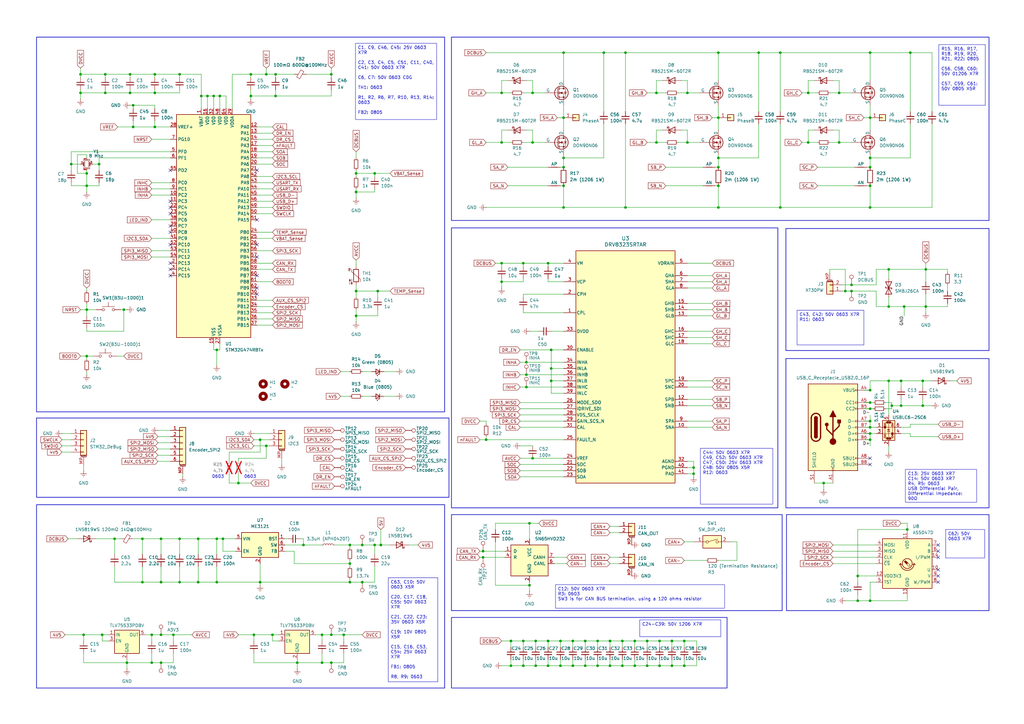
<source format=kicad_sch>
(kicad_sch (version 20231120) (generator "eeschema") (generator_version "8.0")
  (paper "A3")
  (junction (at 275.59 273.05))
  (junction (at 82.55 39.37))
  (junction (at 199.39 180.34))
  (junction (at 351.79 236.22))
  (junction (at 198.12 228.6))
  (junction (at 265.43 273.05))
  (junction (at 66.04 238.76))
  (junction (at 63.5 52.07))
  (junction (at 53.34 30.48))
  (junction (at 356.87 48.26))
  (junction (at 29.21 67.31))
  (junction (at 311.15 21.59))
  (junction (at 148.59 238.76))
  (junction (at 34.29 260.35))
  (junction (at 54.61 43.18))
  (junction (at 148.59 223.52))
  (junction (at 231.14 64.77))
  (junction (at 205.74 58.42))
  (junction (at 140.97 260.35))
  (junction (at 214.63 273.05))
  (junction (at 143.51 238.76))
  (junction (at 346.71 119.38))
  (junction (at 215.9 153.67))
  (junction (at 294.64 68.58))
  (junction (at 219.71 262.89))
  (junction (at 215.9 148.59))
  (junction (at 218.44 58.42))
  (junction (at 226.06 156.21))
  (junction (at 378.46 166.37))
  (junction (at 113.03 39.37))
  (junction (at 344.17 38.1))
  (junction (at 224.79 107.95))
  (junction (at 71.12 260.35))
  (junction (at 109.22 182.88))
  (junction (at 58.42 238.76))
  (junction (at 351.79 246.38))
  (junction (at 231.14 21.59))
  (junction (at 356.87 180.34))
  (junction (at 356.87 167.64))
  (junction (at 143.51 231.14))
  (junction (at 214.63 262.89))
  (junction (at 281.94 38.1))
  (junction (at 43.18 38.1))
  (junction (at 250.19 262.89))
  (junction (at 234.95 273.05))
  (junction (at 224.79 262.89))
  (junction (at 111.76 260.35))
  (junction (at 146.05 71.12))
  (junction (at 135.89 30.48))
  (junction (at 121.92 271.78))
  (junction (at 88.9 220.98))
  (junction (at 90.17 39.37))
  (junction (at 231.14 76.2))
  (junction (at 256.54 85.09))
  (junction (at 143.51 223.52))
  (junction (at 85.09 39.37))
  (junction (at 226.06 151.13))
  (junction (at 198.12 226.06))
  (junction (at 43.18 30.48))
  (junction (at 102.87 39.37))
  (junction (at 229.87 262.89))
  (junction (at 66.04 260.35))
  (junction (at 280.67 262.89))
  (junction (at 269.24 58.42))
  (junction (at 234.95 262.89))
  (junction (at 364.49 110.49))
  (junction (at 209.55 262.89))
  (junction (at 331.47 58.42))
  (junction (at 294.64 48.26))
  (junction (at 35.56 76.2))
  (junction (at 63.5 30.48))
  (junction (at 250.19 273.05))
  (junction (at 132.08 260.35))
  (junction (at 154.94 119.38))
  (junction (at 102.87 30.48))
  (junction (at 356.87 85.09))
  (junction (at 245.11 273.05))
  (junction (at 356.87 177.8))
  (junction (at 153.67 223.52))
  (junction (at 231.14 48.26))
  (junction (at 255.27 273.05))
  (junction (at 106.68 238.76))
  (junction (at 379.73 110.49))
  (junction (at 205.74 107.95))
  (junction (at 280.67 273.05))
  (junction (at 88.9 238.76))
  (junction (at 113.03 30.48))
  (junction (at 226.06 143.51))
  (junction (at 365.76 166.37))
  (junction (at 356.87 246.38))
  (junction (at 73.66 30.48))
  (junction (at 146.05 129.54))
  (junction (at 104.14 260.35))
  (junction (at 217.17 240.03))
  (junction (at 294.64 76.2))
  (junction (at 369.57 156.21))
  (junction (at 33.02 30.48))
  (junction (at 275.59 262.89))
  (junction (at 218.44 38.1))
  (junction (at 270.51 262.89))
  (junction (at 364.49 156.21))
  (junction (at 66.04 271.78))
  (junction (at 356.87 68.58))
  (junction (at 320.04 21.59))
  (junction (at 219.71 273.05))
  (junction (at 153.67 71.12))
  (junction (at 52.07 271.78))
  (junction (at 294.64 64.77))
  (junction (at 106.68 180.34))
  (junction (at 217.17 214.63))
  (junction (at 62.23 260.35))
  (junction (at 224.79 273.05))
  (junction (at 331.47 38.1))
  (junction (at 46.99 220.98))
  (junction (at 294.64 85.09))
  (junction (at 156.21 223.52))
  (junction (at 356.87 172.72))
  (junction (at 229.87 273.05))
  (junction (at 356.87 76.2))
  (junction (at 260.35 262.89))
  (junction (at 356.87 64.77))
  (junction (at 284.48 191.77))
  (junction (at 58.42 220.98))
  (junction (at 356.87 21.59))
  (junction (at 378.46 156.21))
  (junction (at 40.64 67.31))
  (junction (at 81.28 220.98))
  (junction (at 294.64 21.59))
  (junction (at 73.66 238.76))
  (junction (at 349.25 119.38))
  (junction (at 231.14 85.09))
  (junction (at 205.74 115.57))
  (junction (at 41.91 260.35))
  (junction (at 240.03 273.05))
  (junction (at 240.03 262.89))
  (junction (at 54.61 52.07))
  (junction (at 369.57 166.37))
  (junction (at 97.79 198.12))
  (junction (at 73.66 220.98))
  (junction (at 81.28 238.76))
  (junction (at 146.05 78.74))
  (junction (at 373.38 21.59))
  (junction (at 35.56 127))
  (junction (at 66.04 220.98))
  (junction (at 284.48 194.31))
  (junction (at 372.11 217.17))
  (junction (at 88.9 143.51))
  (junction (at 33.02 38.1))
  (junction (at 35.56 71.12))
  (junction (at 256.54 21.59))
  (junction (at 35.56 146.05))
  (junction (at 245.11 262.89))
  (junction (at 146.05 119.38))
  (junction (at 269.24 38.1))
  (junction (at 91.44 220.98))
  (junction (at 370.84 125.73))
  (junction (at 356.87 165.1))
  (junction (at 255.27 262.89))
  (junction (at 231.14 68.58))
  (junction (at 349.25 116.84))
  (junction (at 247.65 21.59))
  (junction (at 281.94 58.42))
  (junction (at 53.34 38.1))
  (junction (at 205.74 38.1))
  (junction (at 135.89 260.35))
  (junction (at 87.63 39.37))
  (junction (at 364.49 125.73))
  (junction (at 320.04 85.09))
  (junction (at 344.17 58.42))
  (junction (at 379.73 125.73))
  (junction (at 209.55 273.05))
  (junction (at 214.63 107.95))
  (junction (at 50.8 127))
  (junction (at 215.9 158.75))
  (junction (at 135.89 271.78))
  (junction (at 124.46 223.52))
  (junction (at 337.82 198.12))
  (junction (at 260.35 273.05))
  (junction (at 132.08 271.78))
  (junction (at 218.44 187.96))
  (junction (at 356.87 175.26))
  (junction (at 270.51 273.05))
  (junction (at 109.22 30.48))
  (junction (at 265.43 262.89))
  (junction (at 356.87 160.02))
  (junction (at 62.23 271.78))
  (junction (at 63.5 38.1))
  (no_connect (at 384.81 238.76))
  (no_connect (at 69.85 87.63))
  (no_connect (at 69.85 110.49))
  (no_connect (at 384.81 226.06))
  (no_connect (at 105.41 69.85))
  (no_connect (at 69.85 107.95))
  (no_connect (at 384.81 228.6))
  (no_connect (at 69.85 113.03))
  (no_connect (at 356.87 190.5))
  (no_connect (at 105.41 118.11))
  (no_connect (at 105.41 120.65))
  (no_connect (at 69.85 95.25))
  (no_connect (at 69.85 69.85))
  (no_connect (at 69.85 92.71))
  (no_connect (at 69.85 100.33))
  (no_connect (at 105.41 113.03))
  (no_connect (at 69.85 85.09))
  (no_connect (at 384.81 223.52))
  (no_connect (at 105.41 90.17))
  (no_connect (at 69.85 82.55))
  (no_connect (at 105.41 105.41))
  (no_connect (at 105.41 100.33))
  (no_connect (at 384.81 236.22))
  (no_connect (at 384.81 233.68))
  (no_connect (at 356.87 187.96))
  (wire (pts (xy 213.36 195.58) (xy 231.14 195.58)))
  (wire (pts (xy 382.27 50.8) (xy 382.27 85.09)))
  (wire (pts (xy 255.27 270.51) (xy 255.27 273.05)))
  (wire (pts (xy 81.28 238.76) (xy 88.9 238.76)))
  (wire (pts (xy 105.41 59.69) (xy 111.76 59.69)))
  (wire (pts (xy 226.06 156.21) (xy 231.14 156.21)))
  (wire (pts (xy 35.56 124.46) (xy 35.56 127)))
  (wire (pts (xy 105.41 64.77) (xy 111.76 64.77)))
  (wire (pts (xy 146.05 129.54) (xy 146.05 132.08)))
  (wire (pts (xy 331.47 53.34) (xy 331.47 58.42)))
  (wire (pts (xy 54.61 49.53) (xy 54.61 52.07)))
  (wire (pts (xy 294.64 63.5) (xy 294.64 64.77)))
  (wire (pts (xy 354.33 160.02) (xy 356.87 160.02)))
  (wire (pts (xy 355.6 68.58) (xy 356.87 68.58)))
  (wire (pts (xy 26.67 260.35) (xy 34.29 260.35)))
  (wire (pts (xy 52.07 271.78) (xy 52.07 274.32)))
  (wire (pts (xy 228.6 48.26) (xy 231.14 48.26)))
  (wire (pts (xy 350.52 68.58) (xy 335.28 68.58)))
  (wire (pts (xy 320.04 85.09) (xy 356.87 85.09)))
  (wire (pts (xy 281.94 53.34) (xy 281.94 58.42)))
  (wire (pts (xy 356.87 156.21) (xy 364.49 156.21)))
  (wire (pts (xy 247.65 45.72) (xy 247.65 21.59)))
  (wire (pts (xy 231.14 48.26) (xy 231.14 53.34)))
  (wire (pts (xy 215.9 33.02) (xy 218.44 33.02)))
  (wire (pts (xy 46.99 220.98) (xy 49.53 220.98)))
  (wire (pts (xy 231.14 85.09) (xy 256.54 85.09)))
  (wire (pts (xy 154.94 129.54) (xy 146.05 129.54)))
  (wire (pts (xy 373.38 21.59) (xy 356.87 21.59)))
  (wire (pts (xy 34.29 271.78) (xy 52.07 271.78)))
  (wire (pts (xy 341.63 228.6) (xy 359.41 228.6)))
  (wire (pts (xy 135.89 27.94) (xy 135.89 30.48)))
  (wire (pts (xy 157.48 152.4) (xy 162.56 152.4)))
  (wire (pts (xy 106.68 185.42) (xy 106.68 180.34)))
  (wire (pts (xy 109.22 182.88) (xy 110.49 182.88)))
  (wire (pts (xy 116.84 223.52) (xy 124.46 223.52)))
  (wire (pts (xy 281.94 166.37) (xy 292.1 166.37)))
  (wire (pts (xy 213.36 165.1) (xy 231.14 165.1)))
  (wire (pts (xy 97.79 194.31) (xy 97.79 198.12)))
  (wire (pts (xy 311.15 21.59) (xy 294.64 21.59)))
  (wire (pts (xy 240.03 270.51) (xy 240.03 273.05)))
  (wire (pts (xy 105.41 102.87) (xy 111.76 102.87)))
  (wire (pts (xy 71.12 271.78) (xy 66.04 271.78)))
  (wire (pts (xy 33.02 36.83) (xy 33.02 38.1)))
  (wire (pts (xy 379.73 110.49) (xy 379.73 115.57)))
  (wire (pts (xy 102.87 198.12) (xy 97.79 198.12)))
  (wire (pts (xy 85.09 39.37) (xy 85.09 44.45)))
  (wire (pts (xy 344.17 58.42) (xy 349.25 58.42)))
  (wire (pts (xy 208.28 53.34) (xy 205.74 53.34)))
  (wire (pts (xy 153.67 78.74) (xy 146.05 78.74)))
  (wire (pts (xy 226.06 135.89) (xy 231.14 135.89)))
  (wire (pts (xy 340.36 110.49) (xy 346.71 110.49)))
  (wire (pts (xy 120.65 231.14) (xy 143.51 231.14)))
  (wire (pts (xy 356.87 177.8) (xy 359.41 177.8)))
  (wire (pts (xy 53.34 36.83) (xy 53.34 38.1)))
  (wire (pts (xy 146.05 116.84) (xy 146.05 119.38)))
  (wire (pts (xy 373.38 177.8) (xy 373.38 179.07)))
  (wire (pts (xy 354.33 177.8) (xy 356.87 177.8)))
  (wire (pts (xy 33.02 67.31) (xy 29.21 67.31)))
  (wire (pts (xy 71.12 260.35) (xy 71.12 262.89)))
  (wire (pts (xy 346.71 246.38) (xy 351.79 246.38)))
  (wire (pts (xy 139.7 162.56) (xy 143.51 162.56)))
  (wire (pts (xy 73.66 30.48) (xy 73.66 31.75)))
  (wire (pts (xy 231.14 63.5) (xy 231.14 64.77)))
  (wire (pts (xy 389.89 156.21) (xy 392.43 156.21)))
  (wire (pts (xy 105.41 128.27) (xy 111.76 128.27)))
  (wire (pts (xy 294.64 85.09) (xy 320.04 85.09)))
  (wire (pts (xy 41.91 262.89) (xy 41.91 260.35)))
  (wire (pts (xy 370.84 125.73) (xy 379.73 125.73)))
  (wire (pts (xy 154.94 119.38) (xy 160.02 119.38)))
  (wire (pts (xy 88.9 238.76) (xy 106.68 238.76)))
  (wire (pts (xy 369.57 166.37) (xy 378.46 166.37)))
  (wire (pts (xy 53.34 43.18) (xy 54.61 43.18)))
  (wire (pts (xy 344.17 38.1) (xy 349.25 38.1)))
  (wire (pts (xy 62.23 267.97) (xy 62.23 271.78)))
  (wire (pts (xy 140.97 271.78) (xy 135.89 271.78)))
  (wire (pts (xy 351.79 246.38) (xy 356.87 246.38)))
  (wire (pts (xy 209.55 262.89) (xy 214.63 262.89)))
  (wire (pts (xy 43.18 30.48) (xy 53.34 30.48)))
  (wire (pts (xy 265.43 38.1) (xy 269.24 38.1)))
  (wire (pts (xy 121.92 271.78) (xy 121.92 270.51)))
  (wire (pts (xy 102.87 30.48) (xy 102.87 31.75)))
  (wire (pts (xy 213.36 143.51) (xy 226.06 143.51)))
  (wire (pts (xy 369.57 156.21) (xy 378.46 156.21)))
  (wire (pts (xy 224.79 107.95) (xy 224.79 109.22)))
  (wire (pts (xy 35.56 127) (xy 33.02 127)))
  (wire (pts (xy 113.03 36.83) (xy 113.03 39.37)))
  (wire (pts (xy 369.57 177.8) (xy 373.38 177.8)))
  (wire (pts (xy 356.87 64.77) (xy 356.87 68.58)))
  (wire (pts (xy 278.13 58.42) (xy 281.94 58.42)))
  (wire (pts (xy 63.5 49.53) (xy 63.5 52.07)))
  (wire (pts (xy 25.4 185.42) (xy 29.21 185.42)))
  (wire (pts (xy 132.08 260.35) (xy 132.08 262.89)))
  (wire (pts (xy 214.63 262.89) (xy 219.71 262.89)))
  (wire (pts (xy 255.27 262.89) (xy 260.35 262.89)))
  (wire (pts (xy 255.27 262.89) (xy 255.27 265.43)))
  (wire (pts (xy 337.82 198.12) (xy 337.82 200.66)))
  (wire (pts (xy 214.63 128.27) (xy 214.63 127)))
  (wire (pts (xy 104.14 267.97) (xy 104.14 271.78)))
  (wire (pts (xy 334.01 53.34) (xy 331.47 53.34)))
  (wire (pts (xy 320.04 21.59) (xy 311.15 21.59)))
  (wire (pts (xy 62.23 77.47) (xy 69.85 77.47)))
  (wire (pts (xy 226.06 143.51) (xy 231.14 143.51)))
  (wire (pts (xy 284.48 195.58) (xy 284.48 194.31)))
  (wire (pts (xy 359.41 119.38) (xy 359.41 125.73)))
  (wire (pts (xy 34.29 260.35) (xy 41.91 260.35)))
  (wire (pts (xy 281.94 158.75) (xy 292.1 158.75)))
  (wire (pts (xy 388.62 116.84) (xy 388.62 119.38)))
  (wire (pts (xy 331.47 33.02) (xy 331.47 38.1)))
  (wire (pts (xy 113.03 31.75) (xy 113.03 30.48)))
  (wire (pts (xy 199.39 58.42) (xy 205.74 58.42)))
  (wire (pts (xy 111.76 74.93) (xy 105.41 74.93)))
  (wire (pts (xy 229.87 262.89) (xy 234.95 262.89)))
  (wire (pts (xy 209.55 262.89) (xy 209.55 265.43)))
  (wire (pts (xy 269.24 53.34) (xy 269.24 58.42)))
  (wire (pts (xy 91.44 220.98) (xy 96.52 220.98)))
  (wire (pts (xy 341.63 53.34) (xy 344.17 53.34)))
  (wire (pts (xy 73.66 38.1) (xy 63.5 38.1)))
  (wire (pts (xy 40.64 74.93) (xy 40.64 76.2)))
  (wire (pts (xy 334.01 33.02) (xy 331.47 33.02)))
  (wire (pts (xy 87.63 39.37) (xy 90.17 39.37)))
  (wire (pts (xy 62.23 102.87) (xy 69.85 102.87)))
  (wire (pts (xy 279.4 33.02) (xy 281.94 33.02)))
  (wire (pts (xy 106.68 238.76) (xy 143.51 238.76)))
  (wire (pts (xy 54.61 220.98) (xy 58.42 220.98)))
  (wire (pts (xy 356.87 165.1) (xy 358.14 165.1)))
  (wire (pts (xy 278.13 38.1) (xy 281.94 38.1)))
  (wire (pts (xy 198.12 228.6) (xy 207.01 228.6)))
  (wire (pts (xy 224.79 273.05) (xy 229.87 273.05)))
  (wire (pts (xy 88.9 143.51) (xy 87.63 143.51)))
  (wire (pts (xy 231.14 151.13) (xy 226.06 151.13)))
  (wire (pts (xy 234.95 270.51) (xy 234.95 273.05)))
  (wire (pts (xy 156.21 217.17) (xy 156.21 223.52)))
  (wire (pts (xy 58.42 238.76) (xy 66.04 238.76)))
  (wire (pts (xy 58.42 220.98) (xy 66.04 220.98)))
  (wire (pts (xy 250.19 228.6) (xy 254 228.6)))
  (wire (pts (xy 90.17 39.37) (xy 92.71 39.37)))
  (wire (pts (xy 256.54 21.59) (xy 294.64 21.59)))
  (wire (pts (xy 226.06 151.13) (xy 226.06 156.21)))
  (wire (pts (xy 270.51 273.05) (xy 275.59 273.05)))
  (wire (pts (xy 341.63 223.52) (xy 359.41 223.52)))
  (wire (pts (xy 250.19 218.44) (xy 254 218.44)))
  (wire (pts (xy 359.41 110.49) (xy 359.41 116.84)))
  (wire (pts (xy 203.2 214.63) (xy 203.2 217.17)))
  (wire (pts (xy 219.71 270.51) (xy 219.71 273.05)))
  (wire (pts (xy 93.98 189.23) (xy 93.98 185.42)))
  (wire (pts (xy 205.74 273.05) (xy 209.55 273.05)))
  (wire (pts (xy 281.94 124.46) (xy 292.1 124.46)))
  (wire (pts (xy 53.34 30.48) (xy 63.5 30.48)))
  (wire (pts (xy 205.74 114.3) (xy 205.74 115.57)))
  (wire (pts (xy 102.87 36.83) (xy 102.87 39.37)))
  (wire (pts (xy 146.05 69.85) (xy 146.05 71.12)))
  (wire (pts (xy 355.6 76.2) (xy 356.87 76.2)))
  (wire (pts (xy 372.11 217.17) (xy 372.11 218.44)))
  (wire (pts (xy 33.02 31.75) (xy 33.02 30.48)))
  (wire (pts (xy 369.57 214.63) (xy 372.11 214.63)))
  (wire (pts (xy 146.05 119.38) (xy 146.05 121.92)))
  (wire (pts (xy 104.14 177.8) (xy 110.49 177.8)))
  (wire (pts (xy 231.14 43.18) (xy 231.14 48.26)))
  (wire (pts (xy 105.41 57.15) (xy 111.76 57.15)))
  (wire (pts (xy 234.95 262.89) (xy 240.03 262.89)))
  (wire (pts (xy 93.98 185.42) (xy 106.68 185.42)))
  (wire (pts (xy 356.87 76.2) (xy 356.87 85.09)))
  (wire (pts (xy 124.46 220.98) (xy 124.46 223.52)))
  (wire (pts (xy 153.67 232.41) (xy 153.67 238.76)))
  (wire (pts (xy 340.36 38.1) (xy 344.17 38.1)))
  (wire (pts (xy 281.94 58.42) (xy 287.02 58.42)))
  (wire (pts (xy 62.23 90.17) (xy 69.85 90.17)))
  (wire (pts (xy 132.08 267.97) (xy 132.08 271.78)))
  (wire (pts (xy 302.26 222.25) (xy 299.72 222.25)))
  (wire (pts (xy 285.75 270.51) (xy 285.75 273.05)))
  (wire (pts (xy 196.85 180.34) (xy 199.39 180.34)))
  (wire (pts (xy 354.33 165.1) (xy 356.87 165.1)))
  (wire (pts (xy 59.69 260.35) (xy 62.23 260.35)))
  (wire (pts (xy 281.94 38.1) (xy 287.02 38.1)))
  (wire (pts (xy 48.26 52.07) (xy 54.61 52.07)))
  (wire (pts (xy 359.41 238.76) (xy 356.87 238.76)))
  (wire (pts (xy 121.92 271.78) (xy 121.92 274.32)))
  (wire (pts (xy 53.34 38.1) (xy 43.18 38.1)))
  (wire (pts (xy 294.64 64.77) (xy 294.64 68.58)))
  (wire (pts (xy 281.94 140.97) (xy 292.1 140.97)))
  (wire (pts (xy 90.17 39.37) (xy 90.17 44.45)))
  (wire (pts (xy 35.56 152.4) (xy 35.56 153.67)))
  (wire (pts (xy 372.11 214.63) (xy 372.11 217.17)))
  (wire (pts (xy 373.38 64.77) (xy 356.87 64.77)))
  (wire (pts (xy 256.54 85.09) (xy 294.64 85.09)))
  (wire (pts (xy 33.02 30.48) (xy 43.18 30.48)))
  (wire (pts (xy 281.94 156.21) (xy 292.1 156.21)))
  (wire (pts (xy 351.79 236.22) (xy 351.79 238.76)))
  (wire (pts (xy 213.36 148.59) (xy 215.9 148.59)))
  (wire (pts (xy 54.61 43.18) (xy 63.5 43.18)))
  (wire (pts (xy 229.87 68.58) (xy 231.14 68.58)))
  (wire (pts (xy 104.14 271.78) (xy 121.92 271.78)))
  (wire (pts (xy 64.77 179.07) (xy 69.85 179.07)))
  (wire (pts (xy 137.16 223.52) (xy 143.51 223.52)))
  (wire (pts (xy 64.77 184.15) (xy 69.85 184.15)))
  (wire (pts (xy 359.41 116.84) (xy 349.25 116.84)))
  (wire (pts (xy 356.87 182.88) (xy 356.87 180.34)))
  (wire (pts (xy 275.59 262.89) (xy 275.59 265.43)))
  (wire (pts (xy 344.17 33.02) (xy 344.17 38.1)))
  (wire (pts (xy 146.05 119.38) (xy 154.94 119.38)))
  (wire (pts (xy 62.23 80.01) (xy 69.85 80.01)))
  (wire (pts (xy 135.89 271.78) (xy 132.08 271.78)))
  (wire (pts (xy 214.63 270.51) (xy 214.63 273.05)))
  (wire (pts (xy 311.15 50.8) (xy 311.15 64.77)))
  (wire (pts (xy 250.19 262.89) (xy 250.19 265.43)))
  (wire (pts (xy 64.77 176.53) (xy 69.85 176.53)))
  (wire (pts (xy 35.56 64.77) (xy 35.56 63.5)))
  (wire (pts (xy 81.28 220.98) (xy 81.28 227.33)))
  (wire (pts (xy 365.76 165.1) (xy 363.22 165.1)))
  (wire (pts (xy 58.42 227.33) (xy 58.42 220.98)))
  (wire (pts (xy 111.76 85.09) (xy 105.41 85.09)))
  (wire (pts (xy 340.36 58.42) (xy 344.17 58.42)))
  (wire (pts (xy 105.41 130.81) (xy 111.76 130.81)))
  (wire (pts (xy 359.41 125.73) (xy 364.49 125.73)))
  (wire (pts (xy 105.41 52.07) (xy 111.76 52.07)))
  (wire (pts (xy 363.22 167.64) (xy 365.76 167.64)))
  (wire (pts (xy 143.51 238.76) (xy 143.51 237.49)))
  (wire (pts (xy 256.54 21.59) (xy 247.65 21.59)))
  (wire (pts (xy 356.87 160.02) (xy 356.87 156.21)))
  (wire (pts (xy 31.75 63.5) (xy 35.56 63.5)))
  (wire (pts (xy 359.41 110.49) (xy 364.49 110.49)))
  (wire (pts (xy 205.74 115.57) (xy 214.63 115.57)))
  (wire (pts (xy 35.56 76.2) (xy 35.56 78.74)))
  (wire (pts (xy 281.94 191.77) (xy 284.48 191.77)))
  (wire (pts (xy 270.51 270.51) (xy 270.51 273.05)))
  (wire (pts (xy 50.8 127) (xy 52.07 127)))
  (wire (pts (xy 205.74 262.89) (xy 209.55 262.89)))
  (wire (pts (xy 215.9 158.75) (xy 231.14 158.75)))
  (wire (pts (xy 104.14 182.88) (xy 109.22 182.88)))
  (wire (pts (xy 64.77 189.23) (xy 69.85 189.23)))
  (wire (pts (xy 104.14 260.35) (xy 104.14 262.89)))
  (wire (pts (xy 351.79 243.84) (xy 351.79 246.38)))
  (wire (pts (xy 356.87 172.72) (xy 356.87 170.18)))
  (wire (pts (xy 240.03 273.05) (xy 245.11 273.05)))
  (wire (pts (xy 293.37 68.58) (xy 294.64 68.58)))
  (wire (pts (xy 213.36 175.26) (xy 231.14 175.26)))
  (wire (pts (xy 92.71 39.37) (xy 92.71 44.45)))
  (wire (pts (xy 284.48 189.23) (xy 284.48 191.77)))
  (wire (pts (xy 102.87 39.37) (xy 102.87 40.64)))
  (wire (pts (xy 88.9 143.51) (xy 88.9 149.86)))
  (wire (pts (xy 341.63 226.06) (xy 359.41 226.06)))
  (wire (pts (xy 388.62 124.46) (xy 388.62 125.73)))
  (wire (pts (xy 217.17 214.63) (xy 203.2 214.63)))
  (wire (pts (xy 148.59 238.76) (xy 143.51 238.76)))
  (wire (pts (xy 148.59 152.4) (xy 152.4 152.4)))
  (wire (pts (xy 39.37 127) (xy 35.56 127)))
  (wire (pts (xy 214.63 273.05) (xy 219.71 273.05)))
  (wire (pts (xy 218.44 38.1) (xy 223.52 38.1)))
  (wire (pts (xy 43.18 30.48) (xy 43.18 31.75)))
  (wire (pts (xy 82.55 39.37) (xy 85.09 39.37)))
  (wire (pts (xy 229.87 262.89) (xy 229.87 265.43)))
  (wire (pts (xy 66.04 227.33) (xy 66.04 220.98)))
  (wire (pts (xy 205.74 115.57) (xy 205.74 118.11)))
  (wire (pts (xy 269.24 38.1) (xy 273.05 38.1)))
  (wire (pts (xy 373.38 179.07) (xy 384.81 179.07)))
  (wire (pts (xy 106.68 238.76) (xy 106.68 240.03)))
  (wire (pts (xy 364.49 156.21) (xy 369.57 156.21)))
  (wire (pts (xy 281.94 129.54) (xy 292.1 129.54)))
  (wire (pts (xy 231.14 64.77) (xy 231.14 68.58)))
  (wire (pts (xy 35.56 127) (xy 35.56 129.54)))
  (wire (pts (xy 132.08 271.78) (xy 121.92 271.78)))
  (wire (pts (xy 382.27 21.59) (xy 373.38 21.59)))
  (wire (pts (xy 105.41 82.55) (xy 111.76 82.55)))
  (wire (pts (xy 224.79 270.51) (xy 224.79 273.05)))
  (wire (pts (xy 35.56 134.62) (xy 35.56 135.89)))
  (wire (pts (xy 364.49 182.88) (xy 364.49 185.42)))
  (wire (pts (xy 328.93 38.1) (xy 331.47 38.1)))
  (wire (pts (xy 250.19 262.89) (xy 255.27 262.89)))
  (wire (pts (xy 31.75 63.5) (xy 31.75 71.12)))
  (wire (pts (xy 356.87 85.09) (xy 382.27 85.09)))
  (wire (pts (xy 146.05 71.12) (xy 153.67 71.12)))
  (wire (pts (xy 106.68 231.14) (xy 106.68 238.76)))
  (wire (pts (xy 153.67 71.12) (xy 160.02 71.12)))
  (wire (pts (xy 63.5 38.1) (xy 53.34 38.1)))
  (wire (pts (xy 373.38 173.99) (xy 384.81 173.99)))
  (wire (pts (xy 66.04 271.78) (xy 62.23 271.78)))
  (wire (pts (xy 388.62 110.49) (xy 379.73 110.49)))
  (wire (pts (xy 111.76 77.47) (xy 105.41 77.47)))
  (wire (pts (xy 146.05 62.23) (xy 146.05 64.77)))
  (wire (pts (xy 135.89 39.37) (xy 113.03 39.37)))
  (wire (pts (xy 247.65 50.8) (xy 247.65 64.77)))
  (wire (pts (xy 356.87 43.18) (xy 356.87 48.26)))
  (wire (pts (xy 146.05 78.74) (xy 146.05 81.28)))
  (wire (pts (xy 370.84 125.73) (xy 370.84 129.54)))
  (wire (pts (xy 62.23 260.35) (xy 62.23 262.89)))
  (wire (pts (xy 143.51 231.14) (xy 143.51 232.41)))
  (wire (pts (xy 226.06 143.51) (xy 226.06 151.13)))
  (wire (pts (xy 281.94 33.02) (xy 281.94 38.1)))
  (wire (pts (xy 250.19 215.9) (xy 254 215.9)))
  (wire (pts (xy 73.66 30.48) (xy 82.55 30.48)))
  (wire (pts (xy 109.22 187.96) (xy 109.22 182.88)))
  (wire (pts (xy 209.55 273.05) (xy 214.63 273.05)))
  (wire (pts (xy 345.44 119.38) (xy 346.71 119.38)))
  (wire (pts (xy 33.02 27.94) (xy 33.02 30.48)))
  (wire (pts (xy 356.87 63.5) (xy 356.87 64.77)))
  (wire (pts (xy 199.39 179.07) (xy 199.39 180.34)))
  (wire (pts (xy 229.87 270.51) (xy 229.87 273.05)))
  (wire (pts (xy 350.52 76.2) (xy 335.28 76.2)))
  (wire (pts (xy 288.29 68.58) (xy 273.05 68.58)))
  (wire (pts (xy 105.41 67.31) (xy 111.76 67.31)))
  (wire (pts (xy 87.63 143.51) (xy 87.63 140.97)))
  (wire (pts (xy 344.17 53.34) (xy 344.17 58.42)))
  (wire (pts (xy 73.66 220.98) (xy 81.28 220.98)))
  (wire (pts (xy 82.55 44.45) (xy 82.55 39.37)))
  (wire (pts (xy 320.04 50.8) (xy 320.04 85.09)))
  (wire (pts (xy 231.14 107.95) (xy 224.79 107.95)))
  (wire (pts (xy 331.47 38.1) (xy 335.28 38.1)))
  (wire (pts (xy 205.74 53.34) (xy 205.74 58.42)))
  (wire (pts (xy 135.89 36.83) (xy 135.89 39.37)))
  (wire (pts (xy 25.4 180.34) (xy 29.21 180.34)))
  (wire (pts (xy 196.85 228.6) (xy 198.12 228.6)))
  (wire (pts (xy 153.67 238.76) (xy 148.59 238.76)))
  (wire (pts (xy 214.63 128.27) (xy 231.14 128.27)))
  (wire (pts (xy 46.99 238.76) (xy 58.42 238.76)))
  (wire (pts (xy 214.63 107.95) (xy 205.74 107.95)))
  (wire (pts (xy 156.21 223.52) (xy 160.02 223.52)))
  (wire (pts (xy 63.5 36.83) (xy 63.5 38.1)))
  (wire (pts (xy 71.12 260.35) (xy 78.74 260.35)))
  (wire (pts (xy 219.71 273.05) (xy 224.79 273.05)))
  (wire (pts (xy 311.15 45.72) (xy 311.15 21.59)))
  (wire (pts (xy 378.46 163.83) (xy 378.46 166.37)))
  (wire (pts (xy 224.79 115.57) (xy 224.79 114.3)))
  (wire (pts (xy 220.98 214.63) (xy 217.17 214.63)))
  (wire (pts (xy 88.9 232.41) (xy 88.9 238.76)))
  (wire (pts (xy 205.74 107.95) (xy 205.74 109.22)))
  (wire (pts (xy 213.36 167.64) (xy 231.14 167.64)))
  (wire (pts (xy 105.41 110.49) (xy 111.76 110.49)))
  (wire (pts (xy 213.36 193.04) (xy 231.14 193.04)))
  (wire (pts (xy 284.48 194.31) (xy 281.94 194.31)))
  (wire (pts (xy 373.38 50.8) (xy 373.38 64.77)))
  (wire (pts (xy 135.89 30.48) (xy 135.89 31.75)))
  (wire (pts (xy 280.67 270.51) (xy 280.67 273.05)))
  (wire (pts (xy 281.94 163.83) (xy 292.1 163.83)))
  (wire (pts (xy 256.54 45.72) (xy 256.54 21.59)))
  (wire (pts (xy 281.94 175.26) (xy 292.1 175.26)))
  (wire (pts (xy 280.67 262.89) (xy 280.67 265.43)))
  (wire (pts (xy 40.64 67.31) (xy 40.64 69.85)))
  (wire (pts (xy 29.21 62.23) (xy 69.85 62.23)))
  (wire (pts (xy 199.39 21.59) (xy 231.14 21.59)))
  (wire (pts (xy 146.05 106.68) (xy 146.05 109.22)))
  (wire (pts (xy 196.85 226.06) (xy 198.12 226.06)))
  (wire (pts (xy 293.37 76.2) (xy 294.64 76.2)))
  (wire (pts (xy 105.41 87.63) (xy 111.76 87.63)))
  (wire (pts (xy 97.79 198.12) (xy 93.98 198.12)))
  (wire (pts (xy 154.94 119.38) (xy 154.94 121.92)))
  (wire (pts (xy 54.61 43.18) (xy 54.61 44.45)))
  (wire (pts (xy 302.26 229.87) (xy 294.64 229.87)))
  (wire (pts (xy 260.35 262.89) (xy 260.35 265.43)))
  (wire (pts (xy 275.59 273.05) (xy 280.67 273.05)))
  (wire (pts (xy 74.93 194.31) (xy 74.93 195.58)))
  (wire (pts (xy 379.73 120.65) (xy 379.73 125.73)))
  (wire (pts (xy 64.77 181.61) (xy 69.85 181.61)))
  (wire (pts (xy 124.46 223.52) (xy 132.08 223.52)))
  (wire (pts (xy 44.45 262.89) (xy 41.91 262.89)))
  (wire (pts (xy 91.44 226.06) (xy 96.52 226.06)))
  (wire (pts (xy 292.1 48.26) (xy 294.64 48.26)))
  (wire (pts (xy 281.94 189.23) (xy 284.48 189.23)))
  (wire (pts (xy 109.22 27.94) (xy 109.22 30.48)))
  (wire (pts (xy 331.47 58.42) (xy 335.28 58.42)))
  (wire (pts (xy 245.11 262.89) (xy 250.19 262.89)))
  (wire (pts (xy 369.57 163.83) (xy 369.57 166.37)))
  (wire (pts (xy 105.41 133.35) (xy 111.76 133.35)))
  (wire (pts (xy 199.39 38.1) (xy 205.74 38.1)))
  (wire (pts (xy 153.67 223.52) (xy 153.67 227.33)))
  (wire (pts (xy 229.87 76.2) (xy 231.14 76.2)))
  (wire (pts (xy 73.66 220.98) (xy 73.66 227.33)))
  (wire (pts (xy 245.11 262.89) (xy 245.11 265.43)))
  (wire (pts (xy 62.23 260.35) (xy 66.04 260.35)))
  (wire (pts (xy 227.33 231.14) (xy 232.41 231.14)))
  (wire (pts (xy 359.41 119.38) (xy 349.25 119.38)))
  (wire (pts (xy 33.02 38.1) (xy 33.02 40.64)))
  (wire (pts (xy 111.76 260.35) (xy 114.3 260.35)))
  (wire (pts (xy 88.9 220.98) (xy 91.44 220.98)))
  (wire (pts (xy 35.56 118.11) (xy 35.56 119.38)))
  (wire (pts (xy 265.43 262.89) (xy 270.51 262.89)))
  (wire (pts (xy 346.71 119.38) (xy 349.25 119.38)))
  (wire (pts (xy 209.55 270.51) (xy 209.55 273.05)))
  (wire (pts (xy 88.9 220.98) (xy 88.9 227.33)))
  (wire (pts (xy 356.87 172.72) (xy 356.87 175.26)))
  (wire (pts (xy 146.05 127) (xy 146.05 129.54)))
  (wire (pts (xy 260.35 262.89) (xy 265.43 262.89)))
  (wire (pts (xy 226.06 161.29) (xy 231.14 161.29)))
  (wire (pts (xy 250.19 231.14) (xy 254 231.14)))
  (wire (pts (xy 33.02 146.05) (xy 35.56 146.05)))
  (wire (pts (xy 369.57 158.75) (xy 369.57 156.21)))
  (wire (pts (xy 153.67 223.52) (xy 148.59 223.52)))
  (wire (pts (xy 320.04 45.72) (xy 320.04 21.59)))
  (wire (pts (xy 240.03 262.89) (xy 240.03 265.43)))
  (wire (pts (xy 364.49 114.3) (xy 364.49 110.49)))
  (wire (pts (xy 97.79 189.23) (xy 97.79 187.96)))
  (wire (pts (xy 213.36 190.5) (xy 231.14 190.5)))
  (wire (pts (xy 356.87 177.8) (xy 356.87 180.34)))
  (wire (pts (xy 105.41 62.23) (xy 111.76 62.23)))
  (wire (pts (xy 356.87 175.26) (xy 354.33 175.26)))
  (wire (pts (xy 95.25 44.45) (xy 95.25 30.48)))
  (wire (pts (xy 285.75 262.89) (xy 285.75 265.43)))
  (wire (pts (xy 213.36 182.88) (xy 218.44 182.88)))
  (wire (pts (xy 218.44 33.02) (xy 218.44 38.1)))
  (wire (pts (xy 125.73 30.48) (xy 135.89 30.48)))
  (wire (pts (xy 280.67 229.87) (xy 289.56 229.87)))
  (wire (pts (xy 167.64 223.52) (xy 171.45 223.52)))
  (wire (pts (xy 105.41 72.39) (xy 111.76 72.39)))
  (wire (pts (xy 146.05 71.12) (xy 146.05 72.39)))
  (wire (pts (xy 245.11 270.51) (xy 245.11 273.05)))
  (wire (pts (xy 154.94 127) (xy 154.94 129.54)))
  (wire (pts (xy 40.64 64.77) (xy 40.64 67.31)))
  (wire (pts (xy 123.19 220.98) (xy 124.46 220.98)))
  (wire (pts (xy 62.23 74.93) (xy 69.85 74.93)))
  (wire (pts (xy 213.36 187.96) (xy 218.44 187.96)))
  (wire (pts (xy 359.41 236.22) (xy 351.79 236.22)))
  (wire (pts (xy 146.05 77.47) (xy 146.05 78.74)))
  (wire (pts (xy 215.9 153.67) (xy 231.14 153.67)))
  (wire (pts (xy 63.5 30.48) (xy 63.5 31.75)))
  (wire (pts (xy 199.39 85.09) (xy 231.14 85.09)))
  (wire (pts (xy 217.17 220.98) (xy 217.17 214.63)))
  (wire (pts (xy 240.03 262.89) (xy 245.11 262.89)))
  (wire (pts (xy 378.46 156.21) (xy 382.27 156.21)))
  (wire (pts (xy 356.87 48.26) (xy 356.87 53.34)))
  (wire (pts (xy 66.04 260.35) (xy 71.12 260.35)))
  (wire (pts (xy 66.04 232.41) (xy 66.04 238.76)))
  (wire (pts (xy 345.44 116.84) (xy 349.25 116.84)))
  (wire (pts (xy 224.79 262.89) (xy 224.79 265.43)))
  (wire (pts (xy 73.66 238.76) (xy 81.28 238.76)))
  (wire (pts (xy 97.79 260.35) (xy 104.14 260.35)))
  (wire (pts (xy 102.87 30.48) (xy 109.22 30.48)))
  (wire (pts (xy 35.56 76.2) (xy 29.21 76.2)))
  (wire (pts (xy 218.44 58.42) (xy 223.52 58.42)))
  (wire (pts (xy 280.67 222.25) (xy 284.48 222.25)))
  (wire (pts (xy 132.08 260.35) (xy 135.89 260.35)))
  (wire (pts (xy 105.41 95.25) (xy 111.76 95.25)))
  (wire (pts (xy 294.64 43.18) (xy 294.64 48.26)))
  (wire (pts (xy 213.36 170.18) (xy 231.14 170.18)))
  (wire (pts (xy 388.62 111.76) (xy 388.62 110.49)))
  (wire (pts (xy 81.28 232.41) (xy 81.28 238.76)))
  (wire (pts (xy 116.84 220.98) (xy 118.11 220.98)))
  (wire (pts (xy 35.56 135.89) (xy 50.8 135.89)))
  (wire (pts (xy 25.4 177.8) (xy 29.21 177.8)))
  (wire (pts (xy 111.76 262.89) (xy 111.76 260.35)))
  (wire (pts (xy 27.94 220.98) (xy 31.75 220.98)))
  (wire (pts (xy 365.76 166.37) (xy 369.57 166.37)))
  (wire (pts (xy 203.2 240.03) (xy 217.17 240.03)))
  (wire (pts (xy 337.82 198.12) (xy 341.63 198.12)))
  (wire (pts (xy 271.78 53.34) (xy 269.24 53.34)))
  (wire (pts (xy 106.68 180.34) (xy 110.49 180.34)))
  (wire (pts (xy 140.97 260.35) (xy 148.59 260.35)))
  (wire (pts (xy 260.35 270.51) (xy 260.35 273.05)))
  (wire (pts (xy 139.7 152.4) (xy 143.51 152.4)))
  (wire (pts (xy 217.17 240.03) (xy 217.17 238.76)))
  (wire (pts (xy 105.41 115.57) (xy 111.76 115.57)))
  (wire (pts (xy 292.1 115.57) (xy 281.94 115.57)))
  (wire (pts (xy 105.41 54.61) (xy 111.76 54.61)))
  (wire (pts (xy 388.62 125.73) (xy 379.73 125.73)))
  (wire (pts (xy 205.74 38.1) (xy 209.55 38.1)))
  (wire (pts (xy 340.36 111.76) (xy 340.36 110.49)))
  (wire (pts (xy 213.36 158.75) (xy 215.9 158.75)))
  (wire (pts (xy 140.97 267.97) (xy 140.97 271.78)))
  (wire (pts (xy 373.38 175.26) (xy 373.38 173.99)))
  (wire (pts (xy 66.04 220.98) (xy 73.66 220.98)))
  (wire (pts (xy 64.77 186.69) (xy 69.85 186.69)))
  (wire (pts (xy 85.09 39.37) (xy 87.63 39.37)))
  (wire (pts (xy 62.23 97.79) (xy 69.85 97.79)))
  (wire (pts (xy 148.59 162.56) (xy 152.4 162.56)))
  (wire (pts (xy 214.63 58.42) (xy 218.44 58.42)))
  (wire (pts (xy 364.49 156.21) (xy 364.49 170.18)))
  (wire (pts (xy 34.29 190.5) (xy 34.29 193.04)))
  (wire (pts (xy 219.71 262.89) (xy 219.71 265.43)))
  (wire (pts (xy 265.43 273.05) (xy 270.51 273.05)))
  (wire (pts (xy 281.94 172.72) (xy 292.1 172.72)))
  (wire (pts (xy 356.87 175.26) (xy 359.41 175.26)))
  (wire (pts (xy 63.5 52.07) (xy 69.85 52.07)))
  (wire (pts (xy 217.17 240.03) (xy 217.17 242.57)))
  (wire (pts (xy 378.46 166.37) (xy 382.27 166.37)))
  (wire (pts (xy 217.17 135.89) (xy 220.98 135.89)))
  (wire (pts (xy 105.41 123.19) (xy 111.76 123.19)))
  (wire (pts (xy 247.65 21.59) (xy 231.14 21.59)))
  (wire (pts (xy 214.63 38.1) (xy 218.44 38.1)))
  (wire (pts (xy 234.95 273.05) (xy 240.03 273.05)))
  (wire (pts (xy 279.4 53.34) (xy 281.94 53.34)))
  (wire (pts (xy 281.94 113.03) (xy 292.1 113.03)))
  (wire (pts (xy 157.48 162.56) (xy 162.56 162.56)))
  (wire (pts (xy 29.21 74.93) (xy 29.21 76.2)))
  (wire (pts (xy 265.43 262.89) (xy 265.43 265.43)))
  (wire (pts (xy 196.85 172.72) (xy 199.39 172.72)))
  (wire (pts (xy 269.24 58.42) (xy 273.05 58.42)))
  (wire (pts (xy 281.94 138.43) (xy 292.1 138.43)))
  (wire (pts (xy 226.06 156.21) (xy 226.06 161.29)))
  (wire (pts (xy 153.67 77.47) (xy 153.67 78.74)))
  (wire (pts (xy 214.63 262.89) (xy 214.63 265.43)))
  (wire (pts (xy 370.84 125.73) (xy 364.49 125.73)))
  (wire (pts (xy 231.14 21.59) (xy 231.14 33.02)))
  (wire (pts (xy 281.94 107.95) (xy 292.1 107.95)))
  (wire (pts (xy 105.41 80.01) (xy 111.76 80.01)))
  (wire (pts (xy 48.26 146.05) (xy 50.8 146.05)))
  (wire (pts (xy 52.07 271.78) (xy 52.07 270.51)))
  (wire (pts (xy 356.87 167.64) (xy 358.14 167.64)))
  (wire (pts (xy 148.59 223.52) (xy 143.51 223.52)))
  (wire (pts (xy 63.5 43.18) (xy 63.5 44.45)))
  (wire (pts (xy 104.14 260.35) (xy 111.76 260.35)))
  (wire (pts (xy 40.64 64.77) (xy 69.85 64.77)))
  (wire (pts (xy 38.1 67.31) (xy 40.64 67.31)))
  (wire (pts (xy 50.8 127) (xy 50.8 135.89)))
  (wire (pts (xy 294.64 21.59) (xy 294.64 33.02)))
  (wire (pts (xy 104.14 180.34) (xy 106.68 180.34)))
  (wire (pts (xy 198.12 226.06) (xy 207.01 226.06)))
  (wire (pts (xy 66.04 238.76) (xy 73.66 238.76)))
  (wire (pts (xy 275.59 270.51) (xy 275.59 273.05)))
  (wire (pts (xy 372.11 246.38) (xy 372.11 243.84)))
  (wire (pts (xy 41.91 260.35) (xy 44.45 260.35)))
  (wire (pts (xy 292.1 127) (xy 281.94 127)))
  (wire (pts (xy 224.79 262.89) (xy 229.87 262.89)))
  (wire (pts (xy 354.33 172.72) (xy 356.87 172.72)))
  (wire (pts (xy 302.26 222.25) (xy 302.26 229.87)))
  (wire (pts (xy 250.19 273.05) (xy 255.27 273.05)))
  (wire (pts (xy 227.33 228.6) (xy 232.41 228.6)))
  (wire (pts (xy 90.17 140.97) (xy 90.17 143.51)))
  (wire (pts (xy 113.03 39.37) (xy 102.87 39.37)))
  (wire (pts (xy 43.18 38.1) (xy 33.02 38.1)))
  (wire (pts (xy 105.41 125.73) (xy 111.76 125.73)))
  (wire (pts (xy 231.14 115.57) (xy 224.79 115.57)))
  (wire (pts (xy 120.65 226.06) (xy 120.65 231.14)))
  (wire (pts (xy 269.24 33.02) (xy 269.24 38.1)))
  (wire (pts (xy 208.28 68.58) (xy 224.79 68.58)))
  (wire (pts (xy 369.57 175.26) (xy 373.38 175.26)))
  (wire (pts (xy 280.67 262.89) (xy 285.75 262.89)))
  (wire (pts (xy 255.27 273.05) (xy 260.35 273.05)))
  (wire (pts (xy 260.35 273.05) (xy 265.43 273.05)))
  (wire (pts (xy 203.2 222.25) (xy 203.2 240.03)))
  (wire (pts (xy 334.01 198.12) (xy 337.82 198.12)))
  (wire (pts (xy 153.67 223.52) (xy 156.21 223.52)))
  (wire (pts (xy 265.43 270.51) (xy 265.43 273.05)))
  (wire (pts (xy 354.33 180.34) (xy 356.87 180.34)))
  (wire (pts (xy 379.73 107.95) (xy 379.73 110.49)))
  (wire (pts (xy 199.39 172.72) (xy 199.39 173.99)))
  (wire (pts (xy 87.63 39.37) (xy 87.63 44.45)))
  (wire (pts (xy 114.3 262.89) (xy 111.76 262.89)))
  (wire (pts (xy 153.67 71.12) (xy 153.67 72.39)))
  (wire (pts (xy 90.17 143.51) (xy 88.9 143.51)))
  (wire (pts (xy 294.64 76.2) (xy 294.64 85.09)))
  (wire (pts (xy 62.23 271.78) (xy 52.07 271.78)))
  (wire (pts (xy 54.61 52.07) (xy 63.5 52.07)))
  (wire (pts (xy 39.37 220.98) (xy 46.99 220.98)))
  (wire (pts (xy 234.95 262.89) (xy 234.95 265.43)))
  (wire (pts (xy 34.29 267.97) (xy 34.29 271.78)))
  (wire (pts (xy 97.79 187.96) (xy 109.22 187.96)))
  (wire (pts (xy 29.21 67.31) (xy 29.21 69.85)))
  (wire (pts (xy 341.63 231.14) (xy 359.41 231.14)))
  (wire (pts (xy 379.73 125.73) (xy 379.73 128.27)))
  (wire (pts (xy 93.98 198.12) (xy 93.98 194.31)))
  (wire (pts (xy 71.12 267.97) (xy 71.12 271.78)))
  (wire (pts (xy 63.5 30.48) (xy 73.66 30.48)))
  (wire (pts (xy 218.44 187.96) (xy 231.14 187.96)))
  (wire (pts (xy 205.74 33.02) (xy 205.74 38.1)))
  (wire (pts (xy 219.71 262.89) (xy 224.79 262.89)))
  (wire (pts (xy 231.14 76.2) (xy 231.14 85.09)))
  (wire (pts (xy 288.29 76.2) (xy 273.05 76.2)))
  (wire (pts (xy 213.36 172.72) (xy 231.14 172.72)))
  (wire (pts (xy 270.51 262.89) (xy 275.59 262.89)))
  (wire (pts (xy 43.18 36.83) (xy 43.18 38.1)))
  (wire (pts (xy 214.63 107.95) (xy 224.79 107.95)))
  (wire (pts (xy 81.28 220.98) (xy 88.9 220.98)))
  (wire (pts (xy 215.9 148.59) (xy 231.14 148.59)))
  (wire (pts (xy 284.48 191.77) (xy 284.48 194.31)))
  (wire (pts (xy 58.42 232.41) (xy 58.42 238.76)))
  (wire (pts (xy 105.41 97.79) (xy 111.76 97.79)))
  (wire (pts (xy 129.54 260.35) (xy 132.08 260.35)))
  (wire (pts (xy 265.43 58.42) (xy 269.24 58.42)))
  (wire (pts (xy 115.57 187.96) (xy 115.57 190.5)))
  (wire (pts (xy 213.36 153.67) (xy 215.9 153.67)))
  (wire (pts (xy 208.28 33.02) (xy 205.74 33.02)))
  (wire (pts (xy 320.04 21.59) (xy 356.87 21.59)))
  (wire (pts (xy 199.39 180.34) (xy 231.14 180.34)))
  (wire (pts (xy 73.66 232.41) (xy 73.66 238.76)))
  (wire (pts (xy 35.56 146.05) (xy 38.1 146.05)))
  (wire (pts (xy 53.34 30.48) (xy 53.34 31.75)))
  (wire (pts (xy 215.9 53.34) (xy 218.44 53.34)))
  (wire (pts (xy 113.03 30.48) (xy 120.65 30.48)))
  (wire (pts (xy 229.87 273.05) (xy 234.95 273.05)))
  (wire (pts (xy 105.41 107.95) (xy 111.76 107.95)))
  (wire (pts (xy 73.66 36.83) (xy 73.66 38.1)))
  (wire (pts (xy 382.27 45.72) (xy 382.27 21.59)))
  (wire (pts (xy 208.28 76.2) (xy 224.79 76.2)))
  (wire (pts (xy 205.74 58.42) (xy 209.55 58.42)))
  (wire (pts (xy 46.99 232.41) (xy 46.99 238.76)))
  (wire (pts (xy 25.4 182.88) (xy 29.21 182.88)))
  (wire (pts (xy 218.44 53.34) (xy 218.44 58.42)))
  (wire (pts (xy 214.63 120.65) (xy 214.63 121.92)))
  (wire (pts (xy 328.93 58.42) (xy 331.47 58.42)))
  (wire (pts (xy 365.76 166.37) (xy 365.76 167.64)))
  (wire (pts (xy 379.73 110.49) (xy 364.49 110.49)))
  (wire (pts (xy 40.64 76.2) (xy 35.56 76.2)))
  (wire (pts (xy 35.56 69.85) (xy 35.56 71.12)))
  (wire (pts (xy 364.49 121.92) (xy 364.49 125.73)))
  (wire (pts (xy 62.23 105.41) (xy 69.85 105.41)))
  (wire (pts (xy 354.33 48.26) (xy 356.87 48.26)))
  (wire (pts (xy 356.87 238.76) (xy 356.87 246.38)))
  (wire (pts (xy 245.11 273.05) (xy 250.19 273.05)))
  (wire (pts (xy 341.63 33.02) (xy 344.17 33.02)))
  (wire (pts (xy 356.87 21.59) (xy 356.87 33.02)))
  (wire (pts (xy 281.94 118.11) (xy 292.1 118.11)))
  (wire (pts (xy 280.67 273.05) (xy 285.75 273.05)))
  (wire (pts (xy 109.22 30.48) (xy 113.03 30.48)))
  (wire (pts (xy 91.44 226.06) (xy 91.44 220.98)))
  (wire (pts (xy 378.46 158.75) (xy 378.46 156.21)))
  (wire (pts (xy 29.21 62.23) (xy 29.21 67.31)))
  (wire (pts (xy 365.76 165.1) (xy 365.76 166.37)))
  (wire (pts (xy 256.54 50.8) (xy 256.54 85.09)))
  (wire (pts (xy 346.71 110.49) (xy 346.71 119.38)))
  (wire (pts (xy 271.78 33.02) (xy 269.24 33.02)))
  (wire (pts (xy 373.38 45.72) (xy 373.38 21.59)))
  (wire (pts (xy 270.51 262.89) (xy 270.51 265.43)))
  (wire (pts (xy 49.53 127) (xy 50.8 127)))
  (wire (pts (xy 281.94 135.89) (xy 292.1 135.89)))
  (wire (pts (xy 247.65 64.77) (xy 231.14 64.77)))
  (wire (pts (xy 95.25 30.48) (xy 102.87 30.48)))
  (wire (pts (xy 351.79 236.22) (xy 351.79 217.17)))
  (wire (pts (xy 354.33 167.64) (xy 356.87 167.64)))
  (wire (pts (xy 35.56 71.12) (xy 35.56 76.2)))
  (wire (pts (xy 35.56 147.32) (xy 35.56 146.05)))
  (wire (pts (xy 356.87 246.38) (xy 372.11 246.38)))
  (wire (pts (xy 82.55 30.48) (xy 82.55 39.37)))
  (wire (pts (xy 351.79 217.17) (xy 372.11 217.17)))
  (wire (pts (xy 34.29 260.35) (xy 34.29 262.89)))
  (wire (pts (xy 214.63 109.22) (xy 214.63 107.95)))
  (wire (pts (xy 116.84 226.06) (xy 120.65 226.06)))
  (wire (pts (xy 62.23 57.15) (xy 69.85 57.15)))
  (wire (pts (xy 140.97 260.35) (xy 140.97 262.89)))
  (wire (pts (xy 143.51 229.87) (xy 143.51 231.14)))
  (wire (pts (xy 46.99 227.33) (xy 46.99 220.98)))
  (wire (pts (xy 275.59 262.89) (xy 280.67 262.89)))
  (wire (pts (xy 31.75 71.12) (xy 35.56 71.12)))
  (wire (pts (xy 203.2 107.95) (xy 205.74 107.95)))
  (wire (pts (xy 214.63 120.65) (xy 231.14 120.65)))
  (wire (pts (xy 294.64 48.26) (xy 294.64 53.34)))
  (wire (pts (xy 250.19 270.51) (xy 250.19 273.05)))
  (wire (pts (xy 143.51 223.52) (xy 143.51 224.79)))
  (wire (pts (xy 214.63 115.57) (xy 214.63 114.3)))
  (wire (pts (xy 135.89 260.35) (xy 140.97 260.35)))
  (wire (pts (xy 311.15 64.77) (xy 294.64 64.77)))
  (rectangle (start 14.986 171.45) (end 184.15 203.962) (stroke (width 0.254)))
  (rectangle (start 14.986 207.01) (end 182.372 282.194) (stroke (width 0.254)))
  (rectangle (start 185.166 93.472) (end 319.024 208.28) (stroke (width 0.254)))
  (rectangle (start 185.166 211.074) (end 320.802 250.444) (stroke (width 0.254)))
  (rectangle (start 322.58 211.074) (end 405.638 250.444) (stroke (width 0.254)))
  (rectangle (start 185.166 253.238) (end 298.196 282.194) (stroke (width 0.254)))
  (rectangle (start 322.326 93.726) (end 405.638 143.764) (stroke (width 0.254)))
  (rectangle (start 185.166 15.24) (end 405.638 90.424) (stroke (width 0.254)))
  (rectangle (start 14.986 15.24) (end 182.372 168.91) (stroke (width 0.254)))
  (rectangle (start 322.326 147.066) (end 405.638 208.28) (stroke (width 0.254)))
  (text_box "C63, C10: 50V 0603 X5R\n\nC20, C17, C18, C55: 50V 0603 X7R\n\nC21, C22, C23: 35V 0603 X5R\n\nC19: 10V 0805 X5R\n\nC15, C16, C53, C54: 25V 0603 X7R\n\nFB1: 0805\n\nR8, R9: 0603\n" (at 159.258 236.982 0) (size 20.32 42.672) (effects (font (size 1.27 1.27)) (justify left top)))
  (text_box "C62: 50V 0603 X7R" (at 387.858 217.17 0) (size 16.002 11.684) (effects (font (size 1.27 1.27)) (justify left top)))
  (text_box "C13: 25V 0603 XR7\nC14: 50V 0603 XR7\nR4, R5: 0603\nUSB Differential Pair, Differential Impedance: 90Ω" (at 371.348 192.532 0) (size 29.21 13.462) (effects (font (size 1.27 1.27)) (justify left top)))
  (text_box "R15, R16, R17, R18, R19, R20, R21, R22: 0805\n\nC56, C58, C60: 50V 01206 X7R\n\nC57, C59, C61: 50V 0805 X5R" (at 385.064 18.288 0) (size 19.05 24.892) (effects (font (size 1.27 1.27)) (justify left top)))
  (text_box "C43, C42: 50V 0603 X7R\nR11: 0603" (at 326.898 127.254 0) (size 27.432 14.224) (effects (font (size 1.27 1.27)) (justify left top)))
  (text_box "C1, C9, C46, C45: 25V 0603 X7R\n\nC2, C3, C4, C5, C51, C11, C40, C41: 50V 0603 X7R\n\nC6, C7: 50V 0603 C0G\n\nTH1: 0603\n\nR1, R2, R6, R7, R10, R13, R14: 0603\n\nFB2: 0805\n" (at 145.796 17.78 0) (size 33.274 31.242) (effects (font (size 1.27 1.27) (thickness 0.1588)) (justify left top)))
  (text_box "C24-C39: 50V 1206 X7R " (at 262.382 254.254 0) (size 33.274 6.858) (effects (font (size 1.27 1.27)) (justify left top)))
  (text_box "C44: 50V 0603 X7R\nC49, C52: 50V 0603 X7R\nC47, C50: 25V 0603 X7R\nC48: 50V 0805 X5R\nR12: 0603" (at 287.274 183.896 0) (size 29.718 22.86) (effects (font (size 1.27 1.27)) (justify left top)))
  (text_box "C12: 50V 0603 X7R\nR3: 0603\nSW3 is for CAN BUS termination, using a 120 ohms resistor" (at 227.838 239.776 0) (size 69.342 9.652) (effects (font (size 1.27 1.27)) (justify left top)))
  (text "0603" (at 89.408 195.58 0) (effects (font (size 1.27 1.27))))
  (text "0603" (at 102.616 195.58 0) (effects (font (size 1.27 1.27))))
  (label "GND" (at 370.84 129.54 270))
  (label "D-" (at 356.87 170.18 180))
  (label "D+" (at 356.87 182.88 180))
  (global_label "USART_TX" (shape input) (at 111.76 74.93 0) (property "Intersheetrefs" "${INTERSHEET_REFS}" (effects (hide yes))))
  (global_label "SPI3_SCK" (shape input) (at 213.36 170.18 180) (property "Intersheetrefs" "${INTERSHEET_REFS}" (effects (hide yes))))
  (global_label "SOA" (shape input) (at 111.76 62.23 0) (property "Intersheetrefs" "${INTERSHEET_REFS}" (effects (hide yes))))
  (global_label "DVCC" (shape input) (at 196.85 172.72 180) (property "Intersheetrefs" "${INTERSHEET_REFS}" (effects (hide yes))))
  (global_label "GL_C" (shape input) (at 292.1 140.97 0) (property "Intersheetrefs" "${INTERSHEET_REFS}" (effects (hide yes))))
  (global_label "GH_B" (shape input) (at 265.43 38.1 180) (property "Intersheetrefs" "${INTERSHEET_REFS}" (effects (hide yes))))
  (global_label "DVCC" (shape input) (at 102.87 198.12 0) (property "Intersheetrefs" "${INTERSHEET_REFS}" (effects (hide yes))))
  (global_label "SPI2_MISO" (shape input) (at 111.76 130.81 0) (property "Intersheetrefs" "${INTERSHEET_REFS}" (effects (hide yes))))
  (global_label "VBAT_Sense" (shape input) (at 160.02 71.12 0) (property "Intersheetrefs" "${INTERSHEET_REFS}" (effects (hide yes))))
  (global_label "SWDIO" (shape input) (at 25.4 182.88 180) (property "Intersheetrefs" "${INTERSHEET_REFS}" (effects (hide yes))))
  (global_label "INHB" (shape input) (at 62.23 77.47 180) (property "Intersheetrefs" "${INTERSHEET_REFS}" (effects (hide yes))))
  (global_label "INHB" (shape input) (at 213.36 153.67 180) (property "Intersheetrefs" "${INTERSHEET_REFS}" (effects (hide yes))))
  (global_label "SPI3_MOSI" (shape input) (at 213.36 167.64 180) (property "Intersheetrefs" "${INTERSHEET_REFS}" (effects (hide yes))))
  (global_label "I2C3_SCL" (shape input) (at 104.14 182.88 180) (property "Intersheetrefs" "${INTERSHEET_REFS}" (effects (hide yes))))
  (global_label "SPI3_SCK" (shape input) (at 111.76 102.87 0) (property "Intersheetrefs" "${INTERSHEET_REFS}" (effects (hide yes))))
  (global_label "GL_B" (shape input) (at 265.43 58.42 180) (property "Intersheetrefs" "${INTERSHEET_REFS}" (effects (hide yes))))
  (global_label "DCBUS" (shape input) (at 379.73 107.95 90) (property "Intersheetrefs" "${INTERSHEET_REFS}" (effects (hide yes))))
  (global_label "DVCC" (shape input) (at 50.8 146.05 0) (property "Intersheetrefs" "${INTERSHEET_REFS}" (effects (hide yes))))
  (global_label "DCBUS" (shape input) (at 199.39 21.59 180) (property "Intersheetrefs" "${INTERSHEET_REFS}" (effects (hide yes))))
  (global_label "GL_A" (shape input) (at 199.39 58.42 180) (property "Intersheetrefs" "${INTERSHEET_REFS}" (effects (hide yes))))
  (global_label "SOC" (shape input) (at 213.36 190.5 180) (property "Intersheetrefs" "${INTERSHEET_REFS}" (effects (hide yes))))
  (global_label "4V5" (shape input) (at 26.67 260.35 180) (property "Intersheetrefs" "${INTERSHEET_REFS}" (effects (hide yes))))
  (global_label "GL_C" (shape input) (at 328.93 58.42 180) (property "Intersheetrefs" "${INTERSHEET_REFS}" (effects (hide yes))))
  (global_label "SPI2_MISO" (shape input) (at 341.63 226.06 180) (property "Intersheetrefs" "${INTERSHEET_REFS}" (effects (hide yes))))
  (global_label "DR_CS" (shape input) (at 213.36 172.72 180) (property "Intersheetrefs" "${INTERSHEET_REFS}" (effects (hide yes))))
  (global_label "SOB" (shape input) (at 213.36 193.04 180) (property "Intersheetrefs" "${INTERSHEET_REFS}" (effects (hide yes))))
  (global_label "SB_N" (shape input) (at 292.1 166.37 0) (property "Intersheetrefs" "${INTERSHEET_REFS}" (effects (hide yes))))
  (global_label "GL_A" (shape input) (at 292.1 118.11 0) (property "Intersheetrefs" "${INTERSHEET_REFS}" (effects (hide yes))))
  (global_label "NRST" (shape input) (at 33.02 127 180) (property "Intersheetrefs" "${INTERSHEET_REFS}" (effects (hide yes))))
  (global_label "Encoder_CS" (shape input) (at 111.76 125.73 0) (property "Intersheetrefs" "${INTERSHEET_REFS}" (effects (hide yes))))
  (global_label "NRST" (shape input) (at 62.23 57.15 180) (property "Intersheetrefs" "${INTERSHEET_REFS}" (effects (hide yes))))
  (global_label "SB_P" (shape input) (at 292.1 163.83 0) (property "Intersheetrefs" "${INTERSHEET_REFS}" (effects (hide yes))))
  (global_label "DCBUS" (shape input) (at 146.05 62.23 90) (property "Intersheetrefs" "${INTERSHEET_REFS}" (effects (hide yes))))
  (global_label "DVCC" (shape input) (at 33.02 27.94 90) (property "Intersheetrefs" "${INTERSHEET_REFS}" (effects (hide yes))))
  (global_label "SPI3_MOSI" (shape input) (at 137.16 180.34 180) (property "Intersheetrefs" "${INTERSHEET_REFS}" (effects (hide yes))))
  (global_label "SPI2_MOSI" (shape input) (at 341.63 223.52 180) (property "Intersheetrefs" "${INTERSHEET_REFS}" (effects (hide yes))))
  (global_label "SPI3_SCK" (shape input) (at 137.16 184.15 180) (property "Intersheetrefs" "${INTERSHEET_REFS}" (effects (hide yes))))
  (global_label "CAN+" (shape input) (at 280.67 222.25 180) (property "Intersheetrefs" "${INTERSHEET_REFS}" (effects (hide yes))))
  (global_label "LED_IND" (shape input) (at 62.23 90.17 180) (property "Intersheetrefs" "${INTERSHEET_REFS}" (effects (hide yes))))
  (global_label "BOOT0" (shape input) (at 111.76 115.57 0) (property "Intersheetrefs" "${INTERSHEET_REFS}" (effects (hide yes))))
  (global_label "DR_EN" (shape input) (at 137.16 195.58 180) (property "Intersheetrefs" "${INTERSHEET_REFS}" (effects (hide yes))))
  (global_label "CAL" (shape input) (at 111.76 52.07 0) (property "Intersheetrefs" "${INTERSHEET_REFS}" (effects (hide yes))))
  (global_label "VREF" (shape input) (at 48.26 52.07 180) (property "Intersheetrefs" "${INTERSHEET_REFS}" (effects (hide yes))))
  (global_label "SPI2_SCK" (shape input) (at 166.37 184.15 180) (property "Intersheetrefs" "${INTERSHEET_REFS}" (effects (hide yes))))
  (global_label "AVCC" (shape input) (at 146.05 106.68 90) (property "Intersheetrefs" "${INTERSHEET_REFS}" (effects (hide yes))))
  (global_label "DVCC" (shape input) (at 35.56 118.11 90) (property "Intersheetrefs" "${INTERSHEET_REFS}" (effects (hide yes))))
  (global_label "USB_D-" (shape input) (at 384.81 173.99 0) (property "Intersheetrefs" "${INTERSHEET_REFS}" (effects (hide yes))))
  (global_label "SC_P" (shape input) (at 335.28 68.58 180) (property "Intersheetrefs" "${INTERSHEET_REFS}" (effects (hide yes))))
  (global_label "GL_B" (shape input) (at 292.1 129.54 0) (property "Intersheetrefs" "${INTERSHEET_REFS}" (effects (hide yes))))
  (global_label "SB_N" (shape input) (at 273.05 76.2 180) (property "Intersheetrefs" "${INTERSHEET_REFS}" (effects (hide yes))))
  (global_label "4V5" (shape input) (at 139.7 162.56 180) (property "Intersheetrefs" "${INTERSHEET_REFS}" (effects (hide yes))))
  (global_label "AVCC" (shape input) (at 78.74 260.35 0) (property "Intersheetrefs" "${INTERSHEET_REFS}" (effects (hide yes))))
  (global_label "CAN_RX" (shape input) (at 111.76 107.95 0) (property "Intersheetrefs" "${INTERSHEET_REFS}" (effects (hide yes))))
  (global_label "SC_N" (shape input) (at 292.1 158.75 0) (property "Intersheetrefs" "${INTERSHEET_REFS}" (effects (hide yes))))
  (global_label "DVCC" (shape input) (at 369.57 214.63 180) (property "Intersheetrefs" "${INTERSHEET_REFS}" (effects (hide yes))))
  (global_label "5V" (shape input) (at 156.21 217.17 90) (property "Intersheetrefs" "${INTERSHEET_REFS}" (effects (hide yes))))
  (global_label "SPI2_SCK" (shape input) (at 111.76 128.27 0) (property "Intersheetrefs" "${INTERSHEET_REFS}" (effects (hide yes))))
  (global_label "AUX_CS_SPI2" (shape input) (at 111.76 123.19 0) (property "Intersheetrefs" "${INTERSHEET_REFS}" (effects (hide yes))))
  (global_label "CAL" (shape input) (at 213.36 175.26 180) (property "Intersheetrefs" "${INTERSHEET_REFS}" (effects (hide yes))))
  (global_label "SH_B" (shape input) (at 292.1 48.26 180) (property "Intersheetrefs" "${INTERSHEET_REFS}" (effects (hide yes))))
  (global_label "DCBUS" (shape input) (at 27.94 220.98 180) (property "Intersheetrefs" "${INTERSHEET_REFS}" (effects (hide yes))))
  (global_label "DCBUS" (shape input) (at 205.74 262.89 180) (property "Intersheetrefs" "${INTERSHEET_REFS}" (effects (hide yes))))
  (global_label "4V5" (shape input) (at 64.77 179.07 180) (property "Intersheetrefs" "${INTERSHEET_REFS}" (effects (hide yes))))
  (global_label "GH_C" (shape input) (at 328.93 38.1 180) (property "Intersheetrefs" "${INTERSHEET_REFS}" (effects (hide yes))))
  (global_label "SOA" (shape input) (at 213.36 195.58 180) (property "Intersheetrefs" "${INTERSHEET_REFS}" (effects (hide yes))))
  (global_label "TEMP_Sense" (shape input) (at 160.02 119.38 0) (property "Intersheetrefs" "${INTERSHEET_REFS}" (effects (hide yes))))
  (global_label "USB_D+" (shape input) (at 384.81 179.07 0) (property "Intersheetrefs" "${INTERSHEET_REFS}" (effects (hide yes))))
  (global_label "SC_N" (shape input) (at 335.28 76.2 180) (property "Intersheetrefs" "${INTERSHEET_REFS}" (effects (hide yes))))
  (global_label "DCBUS" (shape input) (at 292.1 107.95 0) (property "Intersheetrefs" "${INTERSHEET_REFS}" (effects (hide yes))))
  (global_label "SH_A" (shape input) (at 228.6 48.26 180) (property "Intersheetrefs" "${INTERSHEET_REFS}" (effects (hide yes))))
  (global_label "DR_CS" (shape input) (at 111.76 57.15 0) (property "Intersheetrefs" "${INTERSHEET_REFS}" (effects (hide yes))))
  (global_label "AUX_CS_SPI2" (shape input) (at 166.37 187.96 180) (property "Intersheetrefs" "${INTERSHEET_REFS}" (effects (hide yes))))
  (global_label "DCBUS" (shape input) (at 203.2 107.95 180) (property "Intersheetrefs" "${INTERSHEET_REFS}" (effects (hide yes))))
  (global_label "CAN-" (shape input) (at 250.19 218.44 180) (property "Intersheetrefs" "${INTERSHEET_REFS}" (effects (hide yes))))
  (global_label "TEMP_Sense" (shape input) (at 111.76 95.25 0) (property "Intersheetrefs" "${INTERSHEET_REFS}" (effects (hide yes))))
  (global_label "CAN+" (shape input) (at 232.41 228.6 0) (property "Intersheetrefs" "${INTERSHEET_REFS}" (effects (hide yes))))
  (global_label "CAN-" (shape input) (at 280.67 229.87 180) (property "Intersheetrefs" "${INTERSHEET_REFS}" (effects (hide yes))))
  (global_label "4V5" (shape input) (at 392.43 156.21 0) (property "Intersheetrefs" "${INTERSHEET_REFS}" (effects (hide yes))))
  (global_label "DR_EN" (shape input) (at 213.36 143.51 180) (property "Intersheetrefs" "${INTERSHEET_REFS}" (effects (hide yes))))
  (global_label "USB_D+" (shape input) (at 111.76 82.55 0) (property "Intersheetrefs" "${INTERSHEET_REFS}" (effects (hide yes))))
  (global_label "Encoder_CS" (shape input) (at 341.63 231.14 180) (property "Intersheetrefs" "${INTERSHEET_REFS}" (effects (hide yes))))
  (global_label "USART_RX" (shape input) (at 111.76 77.47 0) (property "Intersheetrefs" "${INTERSHEET_REFS}" (effects (hide yes))))
  (global_label "SPI3_MISO" (shape input) (at 62.23 102.87 180) (property "Intersheetrefs" "${INTERSHEET_REFS}" (effects (hide yes))))
  (global_label "I2C3_SDA" (shape input) (at 62.23 97.79 180) (property "Intersheetrefs" "${INTERSHEET_REFS}" (effects (hide yes))))
  (global_label "I2C3_SDA" (shape input) (at 104.14 180.34 180) (property "Intersheetrefs" "${INTERSHEET_REFS}" (effects (hide yes))))
  (global_label "BOOT0" (shape input) (at 33.02 146.05 180) (property "Intersheetrefs" "${INTERSHEET_REFS}" (effects (hide yes))))
  (global_label "SPI2_SCK" (shape input) (at 341.63 228.6 180) (property "Intersheetrefs" "${INTERSHEET_REFS}" (effects (hide yes))))
  (global_label "VBAT_Sense" (shape input) (at 111.76 97.79 0) (property "Intersheetrefs" "${INTERSHEET_REFS}" (effects (hide yes))))
  (global_label "SPI2_MOSI" (shape input) (at 166.37 180.34 180) (property "Intersheetrefs" "${INTERSHEET_REFS}" (effects (hide yes))))
  (global_label "CAN_TX" (shape input) (at 111.76 110.49 0) (property "Intersheetrefs" "${INTERSHEET_REFS}" (effects (hide yes))))
  (global_label "GH_A" (shape input) (at 292.1 113.03 0) (property "Intersheetrefs" "${INTERSHEET_REFS}" (effects (hide yes))))
  (global_label "Encoder_CS" (shape input) (at 166.37 191.77 180) (property "Intersheetrefs" "${INTERSHEET_REFS}" (effects (hide yes))))
  (global_label "SH_C" (shape input) (at 292.1 138.43 0) (property "Intersheetrefs" "${INTERSHEET_REFS}" (effects (hide yes))))
  (global_label "SWCLK" (shape input) (at 25.4 180.34 180) (property "Intersheetrefs" "${INTERSHEET_REFS}" (effects (hide yes))))
  (global_label "SPI3_MISO" (shape input) (at 213.36 165.1 180) (property "Intersheetrefs" "${INTERSHEET_REFS}" (effects (hide yes))))
  (global_label "4V5" (shape input) (at 171.45 223.52 0) (property "Intersheetrefs" "${INTERSHEET_REFS}" (effects (hide yes))))
  (global_label "SB_P" (shape input) (at 273.05 68.58 180) (property "Intersheetrefs" "${INTERSHEET_REFS}" (effects (hide yes))))
  (global_label "I2C3_SCL" (shape input) (at 111.76 72.39 0) (property "Intersheetrefs" "${INTERSHEET_REFS}" (effects (hide yes))))
  (global_label "DR_CS" (shape input) (at 137.16 187.96 180) (property "Intersheetrefs" "${INTERSHEET_REFS}" (effects (hide yes))))
  (global_label "CAL" (shape input) (at 137.16 191.77 180) (property "Intersheetrefs" "${INTERSHEET_REFS}" (effects (hide yes))))
  (global_label "INHC" (shape input) (at 62.23 74.93 180) (property "Intersheetrefs" "${INTERSHEET_REFS}" (effects (hide yes))))
  (global_label "CAN-" (shape input) (at 250.19 231.14 180) (property "Intersheetrefs" "${INTERSHEET_REFS}" (effects (hide yes))))
  (global_label "SWCLK" (shape input) (at 111.76 87.63 0) (property "Intersheetrefs" "${INTERSHEET_REFS}" (effects (hide yes))))
  (global_label "CAN-" (shape input) (at 232.41 231.14 0) (property "Intersheetrefs" "${INTERSHEET_REFS}" (effects (hide yes))))
  (global_label "nFAULT" (shape input) (at 196.85 180.34 180) (property "Intersheetrefs" "${INTERSHEET_REFS}" (effects (hide yes))))
  (global_label "SA_P" (shape input) (at 208.28 68.58 180) (property "Intersheetrefs" "${INTERSHEET_REFS}" (effects (hide yes))))
  (global_label "SA_N" (shape input) (at 292.1 175.26 0) (property "Intersheetrefs" "${INTERSHEET_REFS}" (effects (hide yes))))
  (global_label "INHA" (shape input) (at 213.36 148.59 180) (property "Intersheetrefs" "${INTERSHEET_REFS}" (effects (hide yes))))
  (global_label "AVCC" (shape input) (at 213.36 187.96 180) (property "Intersheetrefs" "${INTERSHEET_REFS}" (effects (hide yes))))
  (global_label "SH_A" (shape input) (at 292.1 115.57 0) (property "Intersheetrefs" "${INTERSHEET_REFS}" (effects (hide yes))))
  (global_label "SH_C" (shape input) (at 354.33 48.26 180) (property "Intersheetrefs" "${INTERSHEET_REFS}" (effects (hide yes))))
  (global_label "SPI2_MOSI" (shape input) (at 64.77 181.61 180) (property "Intersheetrefs" "${INTERSHEET_REFS}" (effects (hide yes))))
  (global_label "CAN_TX" (shape input) (at 196.85 226.06 180) (property "Intersheetrefs" "${INTERSHEET_REFS}" (effects (hide yes))))
  (global_label "4V5" (shape input) (at 25.4 185.42 180) (property "Intersheetrefs" "${INTERSHEET_REFS}" (effects (hide yes))))
  (global_label "GH_B" (shape input) (at 292.1 124.46 0) (property "Intersheetrefs" "${INTERSHEET_REFS}" (effects (hide yes))))
  (global_label "SC_P" (shape input) (at 292.1 156.21 0) (property "Intersheetrefs" "${INTERSHEET_REFS}" (effects (hide yes))))
  (global_label "nFAULT" (shape input) (at 137.16 199.39 180) (property "Intersheetrefs" "${INTERSHEET_REFS}" (effects (hide yes))))
  (global_label "SOB" (shape input) (at 111.76 64.77 0) (property "Intersheetrefs" "${INTERSHEET_REFS}" (effects (hide yes))))
  (global_label "SPI2_MISO" (shape input) (at 166.37 176.53 180) (property "Intersheetrefs" "${INTERSHEET_REFS}" (effects (hide yes))))
  (global_label "AUX_CS_SPI2" (shape input) (at 64.77 189.23 180) (property "Intersheetrefs" "${INTERSHEET_REFS}" (effects (hide yes))))
  (global_label "LED_IND" (shape input) (at 139.7 152.4 180) (property "Intersheetrefs" "${INTERSHEET_REFS}" (effects (hide yes))))
  (global_label "DR_EN" (shape input) (at 111.76 54.61 0) (property "Intersheetrefs" "${INTERSHEET_REFS}" (effects (hide yes))))
  (global_label "INHC" (shape input) (at 213.36 158.75 180) (property "Intersheetrefs" "${INTERSHEET_REFS}" (effects (hide yes))))
  (global_label "4V5" (shape input) (at 97.79 260.35 180) (property "Intersheetrefs" "${INTERSHEET_REFS}" (effects (hide yes))))
  (global_label "CAN+" (shape input) (at 250.19 228.6 180) (property "Intersheetrefs" "${INTERSHEET_REFS}" (effects (hide yes))))
  (global_label "SPI3_MISO" (shape input) (at 137.16 176.53 180) (property "Intersheetrefs" "${INTERSHEET_REFS}" (effects (hide yes))))
  (global_label "CAN_RX" (shape input) (at 196.85 228.6 180) (property "Intersheetrefs" "${INTERSHEET_REFS}" (effects (hide yes))))
  (global_label "SA_N" (shape input) (at 208.28 76.2 180) (property "Intersheetrefs" "${INTERSHEET_REFS}" (effects (hide yes))))
  (global_label "VREF" (shape input) (at 109.22 27.94 90) (property "Intersheetrefs" "${INTERSHEET_REFS}" (effects (hide yes))))
  (global_label "SPI3_MOSI" (shape input) (at 62.23 105.41 180) (property "Intersheetrefs" "${INTERSHEET_REFS}" (effects (hide yes))))
  (global_label "GH_C" (shape input) (at 292.1 135.89 0) (property "Intersheetrefs" "${INTERSHEET_REFS}" (effects (hide yes))))
  (global_label "SPI2_MISO" (shape input) (at 64.77 184.15 180) (property "Intersheetrefs" "${INTERSHEET_REFS}" (effects (hide yes))))
  (global_label "SH_B" (shape input) (at 292.1 127 0) (property "Intersheetrefs" "${INTERSHEET_REFS}" (effects (hide yes))))
  (global_label "SOC" (shape input) (at 111.76 67.31 0) (property "Intersheetrefs" "${INTERSHEET_REFS}" (effects (hide yes))))
  (global_label "nFAULT" (shape input) (at 111.76 59.69 0) (property "Intersheetrefs" "${INTERSHEET_REFS}" (effects (hide yes))))
  (global_label "DVCC" (shape input) (at 148.59 260.35 0) (property "Intersheetrefs" "${INTERSHEET_REFS}" (effects (hide yes))))
  (global_label "SPI2_MOSI" (shape input) (at 111.76 133.35 0) (property "Intersheetrefs" "${INTERSHEET_REFS}" (effects (hide yes))))
  (global_label "CAN+" (shape input) (at 250.19 215.9 180) (property "Intersheetrefs" "${INTERSHEET_REFS}" (effects (hide yes))))
  (global_label "SA_P" (shape input) (at 292.1 172.72 0) (property "Intersheetrefs" "${INTERSHEET_REFS}" (effects (hide yes))))
  (global_label "AVCC" (shape input) (at 135.89 27.94 90) (property "Intersheetrefs" "${INTERSHEET_REFS}" (effects (hide yes))))
  (global_label "SWDIO" (shape input) (at 111.76 85.09 0) (property "Intersheetrefs" "${INTERSHEET_REFS}" (effects (hide yes))))
  (global_label "INHA" (shape input) (at 62.23 80.01 180) (property "Intersheetrefs" "${INTERSHEET_REFS}" (effects (hide yes))))
  (global_label "USB_D-" (shape input) (at 111.76 80.01 0) (property "Intersheetrefs" "${INTERSHEET_REFS}" (effects (hide yes))))
  (global_label "SPI2_SCK" (shape input) (at 64.77 186.69 180) (property "Intersheetrefs" "${INTERSHEET_REFS}" (effects (hide yes))))
  (global_label "GH_A" (shape input) (at 199.39 38.1 180) (property "Intersheetrefs" "${INTERSHEET_REFS}" (effects (hide yes))))
  (global_label "DVCC" (shape input) (at 220.98 214.63 0) (property "Intersheetrefs" "${INTERSHEET_REFS}" (effects (hide yes))))
  (symbol (lib_id "Regulator_Linear:TLV75533PDBV") (at 121.92 262.89 0) (unit 1)
    (property "Reference" "U6" (at 121.92 254 0))
    (property "Value" "TLV75533PDBV" (at 121.92 256.54 0))
    (property "Footprint" "Package_TO_SOT_SMD:SOT-23-5" (effects (hide yes)))
    (property "Datasheet" "http://www.ti.com/lit/ds/symlink/tlv755p.pdf" (effects (hide yes)))
    (property "Description" "500mA Low Dropout Voltage Regulator, Fixed Output 3.3V, SOT-23-5" (effects (hide yes)))
  )
  (symbol (lib_id "Device:C_Small") (at 102.87 34.29 0) (unit 1)
    (property "Reference" "C5" (at 105.41 33.0262 0) (effects (justify left)))
    (property "Value" "100n" (at 105.41 35.5662 0) (effects (justify left)))
    (property "Footprint" "Capacitor_SMD:C_0603_1608Metric" (effects (hide yes)))
    (property "Description" "Unpolarized capacitor, small symbol" (effects (hide yes)))
  )
  (symbol (lib_id "Connector:TestPoint") (at 166.37 176.53 270) (unit 1)
    (property "Reference" "TP20" (at 170.688 175.768 90) (effects (justify left)))
    (property "Value" "SPI2_MISO" (at 170.688 177.546 90) (effects (justify left)))
    (property "Footprint" "TestPoint:TestPoint_Pad_D0.4mm" (effects (hide yes)))
    (property "Description" "test point" (effects (hide yes)))
  )
  (symbol (lib_id "Connector_Generic_MountingPin:Conn_01x02_MountingPin") (at 259.08 215.9 0) (unit 1)
    (property "Reference" "J11" (at 261.62 216.2555 0) (effects (justify left)))
    (property "Value" "CAN_OUT" (at 261.62 218.7955 0) (effects (justify left)))
    (property "Footprint" "Connector_JST:JST_SH_SM02B-SRSS-TB_1x02-1MP_P1.00mm_Horizontal" (effects (hide yes)))
    (property "Description" "Generic connectable mounting pin connector, single row, 01x02, script generated (kicad-library-utils/schlib/autogen/connector/)" (effects (hide yes)))
  )
  (symbol (lib_id "Connector:TestPoint") (at 148.59 223.52 0) (unit 1)
    (property "Reference" "TP3" (at 151.13 218.9479 0) (effects (justify left)))
    (property "Value" "5V" (at 151.13 221.4879 0) (effects (justify left)))
    (property "Footprint" "TestPoint:TestPoint_Pad_D0.4mm" (effects (hide yes)))
    (property "Description" "test point" (effects (hide yes)))
  )
  (symbol (lib_id "Switch:SW_DIP_x01") (at 292.1 222.25 0) (unit 1)
    (property "Reference" "SW1" (at 292.1 214.63 0))
    (property "Value" "SW_DIP_x01" (at 292.1 217.17 0))
    (property "Footprint" "Button_Switch_SMD:SW_SPST_DSHP-01-TJ-GER" (effects (hide yes)))
    (property "Description" "1x DIP Switch, Single Pole Single Throw (SPST) switch, small symbol" (effects (hide yes)))
  )
  (symbol (lib_id "Device:C_Small") (at 46.99 229.87 0) (unit 1)
    (property "Reference" "C63" (at 49.53 228.6062 0) (effects (justify left)))
    (property "Value" "2.2u" (at 49.53 231.1462 0) (effects (justify left)))
    (property "Footprint" "Capacitor_SMD:C_0603_1608Metric" (effects (hide yes)))
    (property "Description" "Unpolarized capacitor, small symbol" (effects (hide yes)))
  )
  (symbol (lib_id "power:Earth") (at 259.08 236.22 90) (unit 1)
    (property "Reference" "#PWR034" (effects (hide yes)))
    (property "Value" "GND" (at 262.89 236.2199 90) (effects (justify right)))
    (property "Description" "Power symbol creates a global label with name \"Earth\"" (effects (hide yes)))
  )
  (symbol (lib_id "Connector:TestPoint") (at 137.16 199.39 270) (unit 1)
    (property "Reference" "TP24" (at 141.478 198.628 90) (effects (justify left)))
    (property "Value" "nFAULT" (at 141.478 200.406 90) (effects (justify left)))
    (property "Footprint" "TestPoint:TestPoint_Pad_D0.4mm" (effects (hide yes)))
    (property "Description" "test point" (effects (hide yes)))
  )
  (symbol (lib_id "Device:C_Small") (at 311.15 48.26 180) (unit 1)
    (property "Reference" "C58" (at 313.69 46.9835 0) (effects (justify right)))
    (property "Value" "100n" (at 313.69 49.5235 0) (effects (justify right)))
    (property "Footprint" "Capacitor_SMD:C_1206_3216Metric" (effects (hide yes)))
    (property "Description" "Unpolarized capacitor, small symbol" (effects (hide yes)))
  )
  (symbol (lib_id "Device:C_Small") (at 224.79 267.97 0) (unit 1)
    (property "Reference" "C27" (at 225.044 265.938 0) (effects (justify left)))
    (property "Value" "10u" (at 225.044 270.002 0) (effects (justify left)))
    (property "Footprint" "Capacitor_SMD:C_1206_3216Metric" (effects (hide yes)))
    (property "Description" "Unpolarized capacitor, small symbol" (effects (hide yes)))
  )
  (symbol (lib_id "Device:C_Small") (at 223.52 135.89 90) (unit 1)
    (property "Reference" "C50" (at 220.472 141.224 90) (effects (justify right)))
    (property "Value" "1u" (at 220.472 138.684 90) (effects (justify right)))
    (property "Footprint" "Capacitor_SMD:C_0603_1608Metric" (effects (hide yes)))
    (property "Description" "Unpolarized capacitor, small symbol" (effects (hide yes)))
  )
  (symbol (lib_id "Device:C_Small") (at 53.34 34.29 0) (unit 1)
    (property "Reference" "C3" (at 55.88 33.0262 0) (effects (justify left)))
    (property "Value" "100n" (at 55.88 35.5662 0) (effects (justify left)))
    (property "Footprint" "Capacitor_SMD:C_0603_1608Metric" (effects (hide yes)))
    (property "Description" "Unpolarized capacitor, small symbol" (effects (hide yes)))
  )
  (symbol (lib_id "Regulator_Switching:ME3121") (at 106.68 223.52 0) (unit 1)
    (property "Reference" "U7" (at 106.68 213.36 0))
    (property "Value" "ME3121" (at 106.68 215.9 0))
    (property "Footprint" "Package_TO_SOT_SMD:SOT-23-6" (effects (hide yes)))
    (property "Datasheet" "https://lcsc.com/datasheet/lcsc_datasheet_2203311630_MICRONE-Nanjing-Micro-One-Elec-ME3121AM6G_C2932938.pdf" (effects (hide yes)))
    (property "Description" "DC-DC Buck Regulator, 1A, Input 4.7V~40V, 1MHz" (effects (hide yes)))
  )
  (symbol (lib_id "Device:R_Small") (at 212.09 38.1 270) (unit 1)
    (property "Reference" "R15" (at 212.09 40.386 90))
    (property "Value" "4.7" (at 212.09 42.926 90))
    (property "Footprint" "Resistor_SMD:R_0603_1608Metric" (effects (hide yes)))
    (property "Description" "Resistor, small symbol" (effects (hide yes)))
  )
  (symbol (lib_id "power:Earth") (at 25.4 177.8 270) (unit 1)
    (property "Reference" "#PWR010" (effects (hide yes)))
    (property "Value" "GND" (at 21.59 177.7999 90) (effects (justify right)))
    (property "Description" "Power symbol creates a global label with name \"Earth\"" (effects (hide yes)))
  )
  (symbol (lib_id "Device:NetTie_2") (at 353.06 68.58 0) (unit 1) (in_bom no)
    (property "Reference" "NT5" (effects (hide yes)))
    (property "Value" "AP" (at 353.06 67.31 0))
    (property "Footprint" "NetTie:NetTie-2" (effects (hide yes)))
    (property "Description" "Net tie, 2 pins" (effects (hide yes)))
  )
  (symbol (lib_id "Device:C_Small") (at 81.28 229.87 0) (unit 1)
    (property "Reference" "C23" (at 83.82 228.6062 0) (effects (justify left)))
    (property "Value" "10u" (at 83.82 231.1462 0) (effects (justify left)))
    (property "Footprint" "Capacitor_SMD:C_0603_1608Metric" (effects (hide yes)))
    (property "Description" "Unpolarized capacitor, small symbol" (effects (hide yes)))
  )
  (symbol (lib_id "Device:C_Small") (at 373.38 48.26 180) (unit 1)
    (property "Reference" "C60" (at 375.92 46.9835 0) (effects (justify right)))
    (property "Value" "100n" (at 375.92 49.5235 0) (effects (justify right)))
    (property "Footprint" "Capacitor_SMD:C_1206_3216Metric" (effects (hide yes)))
    (property "Description" "Unpolarized capacitor, small symbol" (effects (hide yes)))
  )
  (symbol (lib_id "Connector:TestPoint") (at 349.25 119.38 180) (unit 1)
    (property "Reference" "TP2" (at 351.79 121.4119 0) (effects (justify right)))
    (property "Value" "GND" (at 351.79 123.9519 0) (effects (justify right)))
    (property "Footprint" "TestPoint:TestPoint_Pad_D0.4mm" (effects (hide yes)))
    (property "Description" "test point" (effects (hide yes)))
  )
  (symbol (lib_id "Regulator_Linear:TLV75533PDBV") (at 52.07 262.89 0) (unit 1)
    (property "Reference" "U5" (at 52.07 254 0))
    (property "Value" "TLV75533PDBV" (at 52.07 256.54 0))
    (property "Footprint" "Package_TO_SOT_SMD:SOT-23-5" (effects (hide yes)))
    (property "Datasheet" "http://www.ti.com/lit/ds/symlink/tlv755p.pdf" (effects (hide yes)))
    (property "Description" "500mA Low Dropout Voltage Regulator, Fixed Output 3.3V, SOT-23-5" (effects (hide yes)))
  )
  (symbol (lib_id "power:Earth") (at 205.74 273.05 270) (unit 1)
    (property "Reference" "#PWR017" (effects (hide yes)))
    (property "Value" "GND" (at 201.93 273.0499 90) (effects (justify right)))
    (property "Description" "Power symbol creates a global label with name \"Earth\"" (effects (hide yes)))
  )
  (symbol (lib_id "power:Earth") (at 337.82 200.66 0) (unit 1)
    (property "Reference" "#PWR015" (effects (hide yes)))
    (property "Value" "GND" (at 337.82 205.74 0))
    (property "Description" "Power symbol creates a global label with name \"Earth\"" (effects (hide yes)))
  )
  (symbol (lib_id "power:Earth") (at 346.71 246.38 270) (unit 1)
    (property "Reference" "#PWR027" (effects (hide yes)))
    (property "Value" "GND" (at 342.9 246.3799 90) (effects (justify right)))
    (property "Description" "Power symbol creates a global label with name \"Earth\"" (effects (hide yes)))
  )
  (symbol (lib_id "power:Earth") (at 199.39 85.09 270) (unit 1)
    (property "Reference" "#PWR025" (effects (hide yes)))
    (property "Value" "GND" (at 195.58 85.0899 90) (effects (justify right)))
    (property "Description" "Power symbol creates a global label with name \"Earth\"" (effects (hide yes)))
  )
  (symbol (lib_id "Connector:TestPoint") (at 66.04 260.35 0) (unit 1)
    (property "Reference" "TP4" (at 68.58 255.7779 0) (effects (justify left)))
    (property "Value" "A3V3" (at 68.58 258.3179 0) (effects (justify left)))
    (property "Footprint" "TestPoint:TestPoint_Pad_D0.4mm" (effects (hide yes)))
    (property "Description" "test point" (effects (hide yes)))
  )
  (symbol (lib_id "Device:C_Small") (at 104.14 265.43 0) (unit 1)
    (property "Reference" "C53" (at 106.68 264.1662 0) (effects (justify left)))
    (property "Value" "1u" (at 106.68 266.7062 0) (effects (justify left)))
    (property "Footprint" "Capacitor_SMD:C_0603_1608Metric" (effects (hide yes)))
    (property "Description" "Unpolarized capacitor, small symbol" (effects (hide yes)))
  )
  (symbol (lib_id "Device:C_Small") (at 73.66 229.87 0) (unit 1)
    (property "Reference" "C22" (at 76.2 228.6062 0) (effects (justify left)))
    (property "Value" "10u" (at 76.2 231.1462 0) (effects (justify left)))
    (property "Footprint" "Capacitor_SMD:C_0603_1608Metric" (effects (hide yes)))
    (property "Description" "Unpolarized capacitor, small symbol" (effects (hide yes)))
  )
  (symbol (lib_id "Device:C_Small") (at 66.04 229.87 0) (unit 1)
    (property "Reference" "C21" (at 68.58 228.6062 0) (effects (justify left)))
    (property "Value" "10u" (at 68.58 231.1462 0) (effects (justify left)))
    (property "Footprint" "Capacitor_SMD:C_0603_1608Metric" (effects (hide yes)))
    (property "Description" "Unpolarized capacitor, small symbol" (effects (hide yes)))
  )
  (symbol (lib_id "Simulation_SPICE:NMOS") (at 292.1 58.42 0) (unit 1)
    (property "Reference" "Q4" (at 298.45 57.1499 0) (effects (justify left)))
    (property "Value" "DON90N06" (at 298.45 59.6899 0) (effects (justify left)))
    (property "Footprint" "Package_DFN_QFN:DFN-8-1EP_6x5mm_MOSFET" (effects (hide yes)))
    (property "Datasheet" "https://lcsc.com/datasheet/lcsc_datasheet_2505161700_DOINGTER-DON90N06T_C48934552.pdf" (effects (hide yes)))
    (property "Description" "60V 90A 5.5mΩ@10V 78W 2.5V@250uA DFN-8(5x6) N-MOSFETs ROHS" (effects (hide yes)))
    (property "Sim.Device" "NMOS" (effects (hide yes)))
    (property "Sim.Type" "VDMOS" (effects (hide yes)))
    (property "Sim.Pins" "1=D 2=G 3=S" (effects (hide yes)))
  )
  (symbol (lib_id "Device:Thermistor_NTC") (at 146.05 113.03 0) (unit 1)
    (property "Reference" "TH1" (at 148.59 112.0774 0) (effects (justify left)))
    (property "Value" "10k" (at 148.59 114.6174 0) (effects (justify left)))
    (property "Footprint" "Resistor_SMD:R_0603_1608Metric" (effects (hide yes)))
    (property "Description" "10kΩ 310uA 100mW 3380K ±1% 0603 NTC Thermistors ROHS" (effects (hide yes)))
  )
  (symbol (lib_id "Connector:TestPoint") (at 166.37 187.96 270) (unit 1)
    (property "Reference" "TP23" (at 170.688 187.198 90) (effects (justify left)))
    (property "Value" "AUX_CS_SPI2" (at 170.688 188.976 90) (effects (justify left)))
    (property "Footprint" "TestPoint:TestPoint_Pad_D0.4mm" (effects (hide yes)))
    (property "Description" "test point" (effects (hide yes)))
  )
  (symbol (lib_id "Connector:TestPoint") (at 137.16 184.15 270) (unit 1)
    (property "Reference" "TP14" (at 141.478 183.388 90) (effects (justify left)))
    (property "Value" "SPI3_SCK" (at 141.478 185.166 90) (effects (justify left)))
    (property "Footprint" "TestPoint:TestPoint_Pad_D0.4mm" (effects (hide yes)))
    (property "Description" "test point" (effects (hide yes)))
  )
  (symbol (lib_id "Simulation_SPICE:NMOS") (at 292.1 38.1 0) (unit 1)
    (property "Reference" "Q3" (at 298.45 36.8299 0) (effects (justify left)))
    (property "Value" "DON90N06" (at 298.45 39.3699 0) (effects (justify left)))
    (property "Footprint" "Package_DFN_QFN:DFN-8-1EP_6x5mm_MOSFET" (effects (hide yes)))
    (property "Datasheet" "https://lcsc.com/datasheet/lcsc_datasheet_2505161700_DOINGTER-DON90N06T_C48934552.pdf" (effects (hide yes)))
    (property "Description" "60V 90A 5.5mΩ@10V 78W 2.5V@250uA DFN-8(5x6) N-MOSFETs ROHS" (effects (hide yes)))
    (property "Sim.Device" "NMOS" (effects (hide yes)))
    (property "Sim.Type" "VDMOS" (effects (hide yes)))
    (property "Sim.Pins" "1=D 2=G 3=S" (effects (hide yes)))
  )
  (symbol (lib_id "Device:FerriteBead_Small") (at 52.07 220.98 90) (unit 1)
    (property "Reference" "FB1" (at 52.0319 214.63 90))
    (property "Value" "120mΩ 1kΩ@100MHz" (at 52.0319 217.17 90))
    (property "Footprint" "Resistor_SMD:R_0805_2012Metric" (effects (hide yes)))
    (property "Description" "Ferrite bead, small symbol" (effects (hide yes)))
  )
  (symbol (lib_id "Connector:TestPoint") (at 137.16 187.96 270) (unit 1)
    (property "Reference" "TP15" (at 141.478 187.198 90) (effects (justify left)))
    (property "Value" "DR_CS" (at 141.478 188.976 90) (effects (justify left)))
    (property "Footprint" "TestPoint:TestPoint_Pad_D0.4mm" (effects (hide yes)))
    (property "Description" "test point" (effects (hide yes)))
  )
  (symbol (lib_id "Device:NetTie_2") (at 353.06 76.2 0) (unit 1) (in_bom no)
    (property "Reference" "NT6" (effects (hide yes)))
    (property "Value" "AN" (at 353.06 74.93 0))
    (property "Footprint" "NetTie:NetTie-2" (effects (hide yes)))
    (property "Description" "Net tie, 2 pins" (effects (hide yes)))
  )
  (symbol (lib_id "Device:C_Small") (at 247.65 48.26 180) (unit 1)
    (property "Reference" "C56" (at 250.19 46.9835 0) (effects (justify right)))
    (property "Value" "100n" (at 250.19 49.5235 0) (effects (justify right)))
    (property "Footprint" "Capacitor_SMD:C_1206_3216Metric" (effects (hide yes)))
    (property "Description" "Unpolarized capacitor, small symbol" (effects (hide yes)))
  )
  (symbol (lib_id "Device:R") (at 356.87 72.39 0) (unit 1)
    (property "Reference" "R23" (at 359.41 71.1199 0) (effects (justify left)))
    (property "Value" "2m (1206 1W)" (at 359.41 73.6599 0) (effects (justify left)))
    (property "Footprint" "Resistor_SMD:R_1206_3216Metric" (effects (hide yes)))
    (property "Description" "Shunt Resistor" (effects (hide yes)))
  )
  (symbol (lib_id "Device:D_Schottky") (at 212.09 53.34 0) (unit 1)
    (property "Reference" "D7" (at 211.7725 46.99 0))
    (property "Value" "RB521SM-60T2R" (at 211.7725 49.53 0))
    (property "Footprint" "Diode_SMD:D_SOD-523" (effects (hide yes)))
    (property "Datasheet" "https://lcsc.com/datasheet/lcsc_datasheet_2109141830_ROHM-Semicon-RB521SM-60T2R_C510339.pdf" (effects (hide yes)))
    (property "Description" "60V Independent 600mV@200mA 200mA SOD-523 Schottky Diodes ROHS" (effects (hide yes)))
  )
  (symbol (lib_id "Simulation_SPICE:NMOS") (at 228.6 58.42 0) (unit 1)
    (property "Reference" "Q2" (at 234.95 57.1499 0) (effects (justify left)))
    (property "Value" "DON90N06" (at 234.95 59.6899 0) (effects (justify left)))
    (property "Footprint" "Package_DFN_QFN:DFN-8-1EP_6x5mm_MOSFET" (effects (hide yes)))
    (property "Datasheet" "https://lcsc.com/datasheet/lcsc_datasheet_2505161700_DOINGTER-DON90N06T_C48934552.pdf" (effects (hide yes)))
    (property "Description" "60V 90A 5.5mΩ@10V 78W 2.5V@250uA DFN-8(5x6) N-MOSFETs ROHS" (effects (hide yes)))
    (property "Sim.Device" "NMOS" (effects (hide yes)))
    (property "Sim.Type" "VDMOS" (effects (hide yes)))
    (property "Sim.Pins" "1=D 2=G 3=S" (effects (hide yes)))
  )
  (symbol (lib_id "Simulation_SPICE:NMOS") (at 228.6 38.1 0) (unit 1)
    (property "Reference" "Q1" (at 234.95 36.8299 0) (effects (justify left)))
    (property "Value" "DON90N06" (at 234.95 39.3699 0) (effects (justify left)))
    (property "Footprint" "Package_DFN_QFN:DFN-8-1EP_6x5mm_MOSFET" (effects (hide yes)))
    (property "Datasheet" "https://lcsc.com/datasheet/lcsc_datasheet_2505161700_DOINGTER-DON90N06T_C48934552.pdf" (effects (hide yes)))
    (property "Description" "60V 90A 5.5mΩ@10V 78W 2.5V@250uA DFN-8(5x6) N-MOSFETs ROHS" (effects (hide yes)))
    (property "Sim.Device" "NMOS" (effects (hide yes)))
    (property "Sim.Type" "VDMOS" (effects (hide yes)))
    (property "Sim.Pins" "1=D 2=G 3=S" (effects (hide yes)))
  )
  (symbol (lib_id "Device:R_Small") (at 97.79 191.77 180) (unit 1) (dnp yes)
    (property "Reference" "R24" (at 100.33 190.4999 0) (effects (justify right)))
    (property "Value" "4.7k" (at 100.33 193.0399 0) (effects (justify right)))
    (property "Footprint" "Resistor_SMD:R_0603_1608Metric" (effects (hide yes)))
    (property "Description" "Resistor, small symbol" (effects (hide yes)))
  )
  (symbol (lib_id "Connector:TestPoint") (at 166.37 180.34 270) (unit 1)
    (property "Reference" "TP21" (at 170.688 179.578 90) (effects (justify left)))
    (property "Value" "SPI2_MOSI" (at 170.688 181.356 90) (effects (justify left)))
    (property "Footprint" "TestPoint:TestPoint_Pad_D0.4mm" (effects (hide yes)))
    (property "Description" "test point" (effects (hide yes)))
  )
  (symbol (lib_id "Device:C_Small") (at 35.56 132.08 180) (unit 1)
    (property "Reference" "C11" (at 38.1 130.8035 0) (effects (justify right)))
    (property "Value" "100n" (at 38.1 133.3435 0) (effects (justify right)))
    (property "Footprint" "Capacitor_SMD:C_0603_1608Metric" (effects (hide yes)))
    (property "Description" "Unpolarized capacitor, small symbol" (effects (hide yes)))
  )
  (symbol (lib_id "Device:R_Small") (at 275.59 58.42 270) (unit 1)
    (property "Reference" "R19" (at 275.59 60.706 90))
    (property "Value" "4.7" (at 275.59 63.246 90))
    (property "Footprint" "Resistor_SMD:R_0603_1608Metric" (effects (hide yes)))
    (property "Description" "Resistor, small symbol" (effects (hide yes)))
  )
  (symbol (lib_id "power:Earth") (at 379.73 128.27 0) (unit 1)
    (property "Reference" "#PWR021" (effects (hide yes)))
    (property "Value" "GND" (at 379.73 133.35 0))
    (property "Description" "Power symbol creates a global label with name \"Earth\"" (effects (hide yes)))
  )
  (symbol (lib_id "Device:C_Small") (at 369.57 161.29 0) (unit 1)
    (property "Reference" "C13" (at 372.11 160.0262 0) (effects (justify left)))
    (property "Value" "1u" (at 372.11 162.5662 0) (effects (justify left)))
    (property "Footprint" "Capacitor_SMD:C_0603_1608Metric" (effects (hide yes)))
    (property "Description" "Unpolarized capacitor, small symbol" (effects (hide yes)))
  )
  (symbol (lib_id "Connector_Generic_MountingPin:Conn_01x04_MountingPin") (at 34.29 180.34 0) (unit 1)
    (property "Reference" "J2" (at 36.83 180.6955 0) (effects (justify left)))
    (property "Value" "STM32_DeBug" (at 36.83 183.2355 0) (effects (justify left)))
    (property "Footprint" "Connector_JST:JST_SH_SM04B-SRSS-TB_1x04-1MP_P1.00mm_Horizontal" (effects (hide yes)))
    (property "Description" "Generic connectable mounting pin connector, single row, 01x04, script generated (kicad-library-utils/schlib/autogen/connector/)" (effects (hide yes)))
  )
  (symbol (lib_id "Device:R_Small") (at 146.05 152.4 90) (unit 1)
    (property "Reference" "R14" (at 146.05 147.32 90))
    (property "Value" "10k" (at 146.05 149.86 90))
    (property "Footprint" "Resistor_SMD:R_0603_1608Metric" (effects (hide yes)))
    (property "Description" "Resistor, small symbol" (effects (hide yes)))
  )
  (symbol (lib_id "Simulation_SPICE:NMOS") (at 354.33 58.42 0) (unit 1)
    (property "Reference" "Q6" (at 360.68 57.1499 0) (effects (justify left)))
    (property "Value" "DON90N06" (at 360.68 59.6899 0) (effects (justify left)))
    (property "Footprint" "Package_DFN_QFN:DFN-8-1EP_6x5mm_MOSFET" (effects (hide yes)))
    (property "Datasheet" "https://lcsc.com/datasheet/lcsc_datasheet_2505161700_DOINGTER-DON90N06T_C48934552.pdf" (effects (hide yes)))
    (property "Description" "60V 90A 5.5mΩ@10V 78W 2.5V@250uA DFN-8(5x6) N-MOSFETs ROHS" (effects (hide yes)))
    (property "Sim.Device" "NMOS" (effects (hide yes)))
    (property "Sim.Type" "VDMOS" (effects (hide yes)))
    (property "Sim.Pins" "1=D 2=G 3=S" (effects (hide yes)))
  )
  (symbol (lib_id "Device:NetTie_2") (at 290.83 76.2 0) (unit 1) (in_bom no)
    (property "Reference" "NT4" (effects (hide yes)))
    (property "Value" "AN" (at 290.83 74.93 0))
    (property "Footprint" "NetTie:NetTie-2" (effects (hide yes)))
    (property "Description" "Net tie, 2 pins" (effects (hide yes)))
  )
  (symbol (lib_id "Device:LED_Small") (at 154.94 152.4 180) (unit 1)
    (property "Reference" "D5" (at 154.8765 146.05 0))
    (property "Value" "Green (0805)" (at 154.8765 148.59 0))
    (property "Footprint" "LED_SMD:LED_0805_2012Metric" (effects (hide yes)))
    (property "Description" "Light emitting diode, small symbol" (effects (hide yes)))
  )
  (symbol (lib_id "Diode:1N5819WS") (at 386.08 156.21 180) (unit 1)
    (property "Reference" "D1" (at 386.3975 149.86 0))
    (property "Value" "1N5819WS" (at 386.3975 152.4 0))
    (property "Footprint" "Diode_SMD:D_SOD-323" (effects (hide yes)))
    (property "Datasheet" "https://datasheet.lcsc.com/lcsc/2204281430_Guangdong-Hottech-1N5819WS_C191023.pdf" (effects (hide yes)))
    (property "Description" "40V 600mV@1A 1A SOD-323 Schottky Barrier Diodes, SOD-323" (effects (hide yes)))
  )
  (symbol (lib_id "Connector_Generic_MountingPin:Conn_01x02_MountingPin") (at 340.36 119.38 180) (unit 1)
    (property "Reference" "J3" (at 337.82 116.4843 0) (effects (justify left)))
    (property "Value" "XT30PW" (at 337.82 119.0243 0) (effects (justify left)))
    (property "Footprint" "Connector_AMASS:AMASS_XT30PW-M_1x02_P2.50mm_Horizontal" (effects (hide yes)))
    (property "Description" "Generic connectable mounting pin connector, single row, 01x02, script generated (kicad-library-utils/schlib/autogen/connector/)" (effects (hide yes)))
  )
  (symbol (lib_id "Device:C_Small") (at 214.63 267.97 0) (unit 1)
    (property "Reference" "C25" (at 214.884 265.938 0) (effects (justify left)))
    (property "Value" "10u" (at 214.884 270.002 0) (effects (justify left)))
    (property "Footprint" "Capacitor_SMD:C_1206_3216Metric" (effects (hide yes)))
    (property "Description" "Unpolarized capacitor, small symbol" (effects (hide yes)))
  )
  (symbol (lib_id "Device:C_Small") (at 285.75 267.97 0) (unit 1)
    (property "Reference" "C39" (at 286.004 265.938 0) (effects (justify left)))
    (property "Value" "10u" (at 286.004 270.002 0) (effects (justify left)))
    (property "Footprint" "Capacitor_SMD:C_1206_3216Metric" (effects (hide yes)))
    (property "Description" "Unpolarized capacitor, small symbol" (effects (hide yes)))
  )
  (symbol (lib_id "Connector_Generic:Conn_01x01") (at 236.22 48.26 0) (unit 1)
    (property "Reference" "J4" (at 238.76 46.9899 0) (effects (justify left)))
    (property "Value" "PhaseA" (at 238.76 49.5299 0) (effects (justify left)))
    (property "Footprint" "1_my_custom:4.5x4.5_pad" (effects (hide yes)))
    (property "Description" "Generic connector, single row, 01x01, script generated (kicad-library-utils/schlib/autogen/connector/)" (effects (hide yes)))
  )
  (symbol (lib_id "Connector:TestPoint") (at 137.16 195.58 270) (unit 1)
    (property "Reference" "TP17" (at 141.478 194.818 90) (effects (justify left)))
    (property "Value" "DR_EN" (at 141.478 196.596 90) (effects (justify left)))
    (property "Footprint" "TestPoint:TestPoint_Pad_D0.4mm" (effects (hide yes)))
    (property "Description" "test point" (effects (hide yes)))
  )
  (symbol (lib_id "Device:R_Small") (at 275.59 38.1 270) (unit 1)
    (property "Reference" "R18" (at 275.59 40.386 90))
    (property "Value" "4.7" (at 275.59 42.926 90))
    (property "Footprint" "Resistor_SMD:R_0603_1608Metric" (effects (hide yes)))
    (property "Description" "Resistor, small symbol" (effects (hide yes)))
  )
  (symbol (lib_id "Device:D_Schottky") (at 212.09 33.02 0) (unit 1)
    (property "Reference" "D6" (at 211.7725 26.67 0))
    (property "Value" "RB521SM-60T2R" (at 211.7725 29.21 0))
    (property "Footprint" "Diode_SMD:D_SOD-523" (effects (hide yes)))
    (property "Datasheet" "https://lcsc.com/datasheet/lcsc_datasheet_2109141830_ROHM-Semicon-RB521SM-60T2R_C510339.pdf" (effects (hide yes)))
    (property "Description" "60V Independent 600mV@200mA 200mA SOD-523 Schottky Diodes ROHS" (effects (hide yes)))
  )
  (symbol (lib_id "Connector:TestPoint") (at 215.9 153.67 0) (unit 1)
    (property "Reference" "TP10" (at 216.916 150.114 0) (effects (justify left)))
    (property "Value" "INHB" (at 216.916 151.892 0) (effects (justify left)))
    (property "Footprint" "TestPoint:TestPoint_Pad_D0.4mm" (effects (hide yes)))
    (property "Description" "test point" (effects (hide yes)))
  )
  (symbol (lib_id "Device:C_Small") (at 379.73 118.11 180) (unit 1)
    (property "Reference" "C43" (at 382.27 116.8335 0) (effects (justify right)))
    (property "Value" "100n" (at 382.27 119.3735 0) (effects (justify right)))
    (property "Footprint" "Capacitor_SMD:C_0603_1608Metric" (effects (hide yes)))
    (property "Description" "Unpolarized capacitor, small symbol" (effects (hide yes)))
  )
  (symbol (lib_id "Connector_Generic_MountingPin:Conn_01x06_MountingPin") (at 74.93 181.61 0) (unit 1)
    (property "Reference" "J8" (at 77.47 181.9655 0) (effects (justify left)))
    (property "Value" "Encoder_SPI2" (at 77.47 184.5055 0) (effects (justify left)))
    (property "Footprint" "Connector_JST:JST_SH_SM06B-SRSS-TB_1x06-1MP_P1.00mm_Horizontal" (effects (hide yes)))
    (property "Description" "Generic connectable mounting pin connector, single row, 01x06, script generated (kicad-library-utils/schlib/autogen/connector/)" (effects (hide yes)))
  )
  (symbol (lib_id "power:Earth") (at 115.57 190.5 0) (unit 1)
    (property "Reference" "#PWR031" (effects (hide yes)))
    (property "Value" "GND" (at 115.57 195.58 0))
    (property "Description" "Power symbol creates a global label with name \"Earth\"" (effects (hide yes)))
  )
  (symbol (lib_id "Diode:1N5819WS") (at 35.56 220.98 180) (unit 1)
    (property "Reference" "D2" (at 35.8775 214.63 0))
    (property "Value" "1N5819WS" (at 35.8775 217.17 0))
    (property "Footprint" "Diode_SMD:D_SOD-323" (effects (hide yes)))
    (property "Datasheet" "https://datasheet.lcsc.com/lcsc/2204281430_Guangdong-Hottech-1N5819WS_C191023.pdf" (effects (hide yes)))
    (property "Description" "40V 600mV@1A 1A SOD-323 Schottky Barrier Diodes, SOD-323" (effects (hide yes)))
  )
  (symbol (lib_id "Power_Protection:USBLC6-2SC6") (at 364.49 175.26 0) (unit 1)
    (property "Reference" "U4" (at 366.014 168.656 0) (effects (justify left)))
    (property "Value" "USBLC6-2SC6" (at 366.014 171.196 0) (effects (justify left)))
    (property "Footprint" "Package_TO_SOT_SMD:SOT-23-6" (effects (hide yes)))
    (property "Datasheet" "https://www.st.com/resource/en/datasheet/usblc6-2.pdf" (effects (hide yes)))
    (property "Description" "Very low capacitance ESD protection diode, 2 data-line, SOT-23-6" (effects (hide yes)))
  )
  (symbol (lib_id "Device:C_Small") (at 140.97 265.43 0) (unit 1)
    (property "Reference" "C55" (at 143.51 264.1662 0) (effects (justify left)))
    (property "Value" "100n" (at 143.51 266.7062 0) (effects (justify left)))
    (property "Footprint" "Capacitor_SMD:C_0603_1608Metric" (effects (hide yes)))
    (property "Description" "Unpolarized capacitor, small symbol" (effects (hide yes)))
  )
  (symbol (lib_id "Device:C_Small") (at 63.5 46.99 0) (unit 1)
    (property "Reference" "C8" (at 66.04 45.7262 0) (effects (justify left)))
    (property "Value" "100n" (at 66.04 48.2662 0) (effects (justify left)))
    (property "Footprint" "Capacitor_SMD:C_0603_1608Metric" (effects (hide yes)))
    (property "Description" "Unpolarized capacitor, small symbol" (effects (hide yes)))
  )
  (symbol (lib_id "power:Earth") (at 162.56 152.4 90) (unit 1)
    (property "Reference" "#PWR024" (effects (hide yes)))
    (property "Value" "GND" (at 166.3568 152.3999 90) (effects (justify right)))
    (property "Description" "Power symbol creates a global label with name \"Earth\"" (effects (hide yes)))
  )
  (symbol (lib_id "Switch:SW_Push") (at 44.45 127 0) (unit 1)
    (property "Reference" "SW1(B3U-1000)1" (at 50.546 122.174 0))
    (property "Value" "SW_Push" (effects (hide yes)))
    (property "Footprint" "Button_Switch_SMD:SW_SPST_B3U-1000P" (effects (hide yes)))
    (property "Description" "Push button switch, generic, two pins" (effects (hide yes)))
  )
  (symbol (lib_id "Device:D_Schottky") (at 275.59 33.02 0) (unit 1)
    (property "Reference" "D8" (at 275.2725 26.67 0))
    (property "Value" "RB521SM-60T2R" (at 275.2725 29.21 0))
    (property "Footprint" "Diode_SMD:D_SOD-523" (effects (hide yes)))
    (property "Datasheet" "https://lcsc.com/datasheet/lcsc_datasheet_2109141830_ROHM-Semicon-RB521SM-60T2R_C510339.pdf" (effects (hide yes)))
    (property "Description" "60V Independent 600mV@200mA 200mA SOD-523 Schottky Diodes ROHS" (effects (hide yes)))
  )
  (symbol (lib_id "Device:C_Small") (at 280.67 267.97 0) (unit 1)
    (property "Reference" "C38" (at 280.924 265.938 0) (effects (justify left)))
    (property "Value" "10u" (at 280.924 270.002 0) (effects (justify left)))
    (property "Footprint" "Capacitor_SMD:C_1206_3216Metric" (effects (hide yes)))
    (property "Description" "Unpolarized capacitor, small symbol" (effects (hide yes)))
  )
  (symbol (lib_id "Connector:TestPoint") (at 135.89 271.78 180) (unit 1)
    (property "Reference" "TP8" (at 138.43 273.8119 0) (effects (justify right)))
    (property "Value" "GND" (at 138.43 276.3519 0) (effects (justify right)))
    (property "Footprint" "TestPoint:TestPoint_Pad_D0.4mm" (effects (hide yes)))
    (property "Description" "test point" (effects (hide yes)))
  )
  (symbol (lib_id "Device:C_Small") (at 245.11 267.97 0) (unit 1)
    (property "Reference" "C31" (at 245.364 265.938 0) (effects (justify left)))
    (property "Value" "10u" (at 245.364 270.002 0) (effects (justify left)))
    (property "Footprint" "Capacitor_SMD:C_1206_3216Metric" (effects (hide yes)))
    (property "Description" "Unpolarized capacitor, small symbol" (effects (hide yes)))
  )
  (symbol (lib_id "Device:R_Small") (at 143.51 227.33 180) (unit 1)
    (property "Reference" "R8" (at 146.05 226.0599 0) (effects (justify right)))
    (property "Value" "100k" (at 146.05 228.5999 0) (effects (justify right)))
    (property "Footprint" "Resistor_SMD:R_0603_1608Metric" (effects (hide yes)))
    (property "Description" "Resistor, small symbol" (effects (hide yes)))
  )
  (symbol (lib_id "Device:C_Small") (at 256.54 48.26 180) (unit 1)
    (property "Reference" "C57" (at 259.08 46.9835 0) (effects (justify right)))
    (property "Value" "4.7u" (at 259.08 49.5235 0) (effects (justify right)))
    (property "Footprint" "Capacitor_SMD:C_0805_2012Metric" (effects (hide yes)))
    (property "Description" "Unpolarized capacitor, small symbol" (effects (hide yes)))
  )
  (symbol (lib_id "Device:C_Small") (at 229.87 267.97 0) (unit 1)
    (property "Reference" "C28" (at 230.124 265.938 0) (effects (justify left)))
    (property "Value" "10u" (at 230.124 270.002 0) (effects (justify left)))
    (property "Footprint" "Capacitor_SMD:C_1206_3216Metric" (effects (hide yes)))
    (property "Description" "Unpolarized capacitor, small symbol" (effects (hide yes)))
  )
  (symbol (lib_id "Connector:TestPoint") (at 135.89 260.35 0) (unit 1)
    (property "Reference" "TP7" (at 138.43 255.7779 0) (effects (justify left)))
    (property "Value" "3V3" (at 138.43 258.3179 0) (effects (justify left)))
    (property "Footprint" "TestPoint:TestPoint_Pad_D0.4mm" (effects (hide yes)))
    (property "Description" "test point" (effects (hide yes)))
  )
  (symbol (lib_id "power:Earth") (at 146.05 132.08 0) (unit 1)
    (property "Reference" "#PWR020" (effects (hide yes)))
    (property "Value" "GND" (at 146.05 137.16 0))
    (property "Description" "Power symbol creates a global label with name \"Earth\"" (effects (hide yes)))
  )
  (symbol (lib_id "power:Earth") (at 64.77 176.53 270) (unit 1)
    (property "Reference" "#PWR032" (effects (hide yes)))
    (property "Value" "GND" (at 60.96 176.5299 90) (effects (justify right)))
    (property "Description" "Power symbol creates a global label with name \"Earth\"" (effects (hide yes)))
  )
  (symbol (lib_id "Mechanical:MountingHole") (at 107.95 162.56 0) (unit 1) (exclude_from_sim yes) (in_bom no)
    (property "Reference" "H3" (at 110.49 161.9249 0) (effects (justify left)))
    (property "Value" "~" (at 110.49 163.83 0) (effects (justify left)))
    (property "Footprint" "MountingHole:MountingHole_2.2mm_M2_DIN965_Pad" (effects (hide yes)))
    (property "Description" "Mounting Hole without connection" (effects (hide yes)))
  )
  (symbol (lib_id "Device:D_Schottky") (at 275.59 53.34 0) (unit 1)
    (property "Reference" "D9" (at 275.2725 46.99 0))
    (property "Value" "RB521SM-60T2R" (at 275.2725 49.53 0))
    (property "Footprint" "Diode_SMD:D_SOD-523" (effects (hide yes)))
    (property "Datasheet" "https://lcsc.com/datasheet/lcsc_datasheet_2109141830_ROHM-Semicon-RB521SM-60T2R_C510339.pdf" (effects (hide yes)))
    (property "Description" "60V Independent 600mV@200mA 200mA SOD-523 Schottky Diodes ROHS" (effects (hide yes)))
  )
  (symbol (lib_id "Device:NetTie_2") (at 290.83 68.58 0) (unit 1) (in_bom no)
    (property "Reference" "NT3" (effects (hide yes)))
    (property "Value" "AP" (at 290.83 67.31 0))
    (property "Footprint" "NetTie:NetTie-2" (effects (hide yes)))
    (property "Description" "Net tie, 2 pins" (effects (hide yes)))
  )
  (symbol (lib_id "power:Earth") (at 35.56 78.74 0) (unit 1)
    (property "Reference" "#PWR03" (effects (hide yes)))
    (property "Value" "GND" (at 35.56 83.82 0))
    (property "Description" "Power symbol creates a global label with name \"Earth\"" (effects (hide yes)))
  )
  (symbol (lib_id "Device:C_Small") (at 43.18 34.29 0) (unit 1)
    (property "Reference" "C2" (at 45.72 33.0262 0) (effects (justify left)))
    (property "Value" "100n" (at 45.72 35.5662 0) (effects (justify left)))
    (property "Footprint" "Capacitor_SMD:C_0603_1608Metric" (effects (hide yes)))
    (property "Description" "Unpolarized capacitor, small symbol" (effects (hide yes)))
  )
  (symbol (lib_id "Device:R") (at 231.14 72.39 0) (unit 1)
    (property "Reference" "R17" (at 233.68 71.1199 0) (effects (justify left)))
    (property "Value" "2m (1206 1W)" (at 233.68 73.6599 0) (effects (justify left)))
    (property "Footprint" "Resistor_SMD:R_1206_3216Metric" (effects (hide yes)))
    (property "Description" "Shunt Resistor" (effects (hide yes)))
  )
  (symbol (lib_id "Connector_Generic:Conn_01x01") (at 361.95 48.26 0) (unit 1)
    (property "Reference" "J6" (at 364.49 46.9899 0) (effects (justify left)))
    (property "Value" "PhaseC" (at 364.49 49.5299 0) (effects (justify left)))
    (property "Footprint" "1_my_custom:4.5x4.5_pad" (effects (hide yes)))
    (property "Description" "Generic connector, single row, 01x01, script generated (kicad-library-utils/schlib/autogen/connector/)" (effects (hide yes)))
  )
  (symbol (lib_id "Device:C_Small") (at 270.51 267.97 0) (unit 1)
    (property "Reference" "C36" (at 270.764 265.938 0) (effects (justify left)))
    (property "Value" "10u" (at 270.764 270.002 0) (effects (justify left)))
    (property "Footprint" "Capacitor_SMD:C_1206_3216Metric" (effects (hide yes)))
    (property "Description" "Unpolarized capacitor, small symbol" (effects (hide yes)))
  )
  (symbol (lib_id "Mechanical:MountingHole") (at 107.95 157.48 0) (unit 1) (exclude_from_sim yes) (in_bom no)
    (property "Reference" "H1" (at 110.49 156.8449 0) (effects (justify left)))
    (property "Value" "~" (at 110.49 158.75 0) (effects (justify left)))
    (property "Footprint" "MountingHole:MountingHole_2.2mm_M2_DIN965_Pad" (effects (hide yes)))
    (property "Description" "Mounting Hole without connection" (effects (hide yes)))
  )
  (symbol (lib_id "Device:C_Small") (at 234.95 267.97 0) (unit 1)
    (property "Reference" "C29" (at 235.204 265.938 0) (effects (justify left)))
    (property "Value" "10u" (at 235.204 270.002 0) (effects (justify left)))
    (property "Footprint" "Capacitor_SMD:C_1206_3216Metric" (effects (hide yes)))
    (property "Description" "Unpolarized capacitor, small symbol" (effects (hide yes)))
  )
  (symbol (lib_id "Device:C_Small") (at 33.02 34.29 0) (unit 1)
    (property "Reference" "C1" (at 35.56 33.0262 0) (effects (justify left)))
    (property "Value" "1u" (at 35.56 35.5662 0) (effects (justify left)))
    (property "Footprint" "Capacitor_SMD:C_0603_1608Metric" (effects (hide yes)))
    (property "Description" "Unpolarized capacitor, small symbol" (effects (hide yes)))
  )
  (symbol (lib_id "power:Earth") (at 382.27 166.37 90) (unit 1)
    (property "Reference" "#PWR013" (effects (hide yes)))
    (property "Value" "GND" (at 386.08 166.3699 90) (effects (justify right)))
    (property "Description" "Power symbol creates a global label with name \"Earth\"" (effects (hide yes)))
  )
  (symbol (lib_id "Device:C_Small") (at 120.65 220.98 90) (unit 1)
    (property "Reference" "C18" (at 120.6563 214.63 90))
    (property "Value" "100n" (at 120.6563 217.17 90))
    (property "Footprint" "Capacitor_SMD:C_0603_1608Metric" (effects (hide yes)))
    (property "Description" "Unpolarized capacitor, small symbol" (effects (hide yes)))
  )
  (symbol (lib_id "Device:R_Small") (at 388.62 114.3 180) (unit 1)
    (property "Reference" "R11" (at 391.16 113.0299 0) (effects (justify right)))
    (property "Value" "3.3" (at 391.16 115.5699 0) (effects (justify right)))
    (property "Footprint" "Resistor_SMD:R_0603_1608Metric" (effects (hide yes)))
    (property "Description" "Resistor, small symbol" (effects (hide yes)))
  )
  (symbol (lib_id "Device:FerriteBead_Small") (at 123.19 30.48 90) (unit 1)
    (property "Reference" "FB2" (at 123.1519 24.13 90))
    (property "Value" "100mΩ 600Ω@100MHz" (at 123.1519 26.67 90))
    (property "Footprint" "Resistor_SMD:R_0805_2012Metric" (effects (hide yes)))
    (property "Description" "Ferrite bead, small symbol" (effects (hide yes)))
  )
  (symbol (lib_id "Device:D_Schottky") (at 337.82 33.02 0) (unit 1)
    (property "Reference" "D10" (at 337.5025 26.67 0))
    (property "Value" "RB521SM-60T2R" (at 337.5025 29.21 0))
    (property "Footprint" "Diode_SMD:D_SOD-523" (effects (hide yes)))
    (property "Datasheet" "https://lcsc.com/datasheet/lcsc_datasheet_2109141830_ROHM-Semicon-RB521SM-60T2R_C510339.pdf" (effects (hide yes)))
    (property "Description" "60V Independent 600mV@200mA 200mA SOD-523 Schottky Diodes ROHS" (effects (hide yes)))
  )
  (symbol (lib_id "Connector:TestPoint") (at 148.59 238.76 180) (unit 1)
    (property "Reference" "TP5" (at 151.13 240.7919 0) (effects (justify right)))
    (property "Value" "GND" (at 151.13 243.3319 0) (effects (justify right)))
    (property "Footprint" "TestPoint:TestPoint_Pad_D0.4mm" (effects (hide yes)))
    (property "Description" "test point" (effects (hide yes)))
  )
  (symbol (lib_id "Device:C_Small") (at 209.55 267.97 0) (unit 1)
    (property "Reference" "C24" (at 209.804 265.938 0) (effects (justify left)))
    (property "Value" "10u" (at 209.804 270.002 0) (effects (justify left)))
    (property "Footprint" "Capacitor_SMD:C_1206_3216Metric" (effects (hide yes)))
    (property "Description" "Unpolarized capacitor, small symbol" (effects (hide yes)))
  )
  (symbol (lib_id "power:Earth") (at 146.05 81.28 0) (unit 1)
    (property "Reference" "#PWR019" (effects (hide yes)))
    (property "Value" "GND" (at 146.05 86.36 0))
    (property "Description" "Power symbol creates a global label with name \"Earth\"" (effects (hide yes)))
  )
  (symbol (lib_id "power:Earth") (at 74.93 195.58 0) (unit 1)
    (property "Reference" "#PWR033" (effects (hide yes)))
    (property "Value" "GND" (at 74.93 200.66 0))
    (property "Description" "Power symbol creates a global label with name \"Earth\"" (effects (hide yes)))
  )
  (symbol (lib_id "Connector:TestPoint") (at 349.25 116.84 0) (unit 1)
    (property "Reference" "TP1" (at 351.79 112.2679 0) (effects (justify left)))
    (property "Value" "DCBUS" (at 351.79 114.8079 0) (effects (justify left)))
    (property "Footprint" "TestPoint:TestPoint_Pad_D0.4mm" (effects (hide yes)))
    (property "Description" "test point" (effects (hide yes)))
  )
  (symbol (lib_id "Device:C_Small") (at 71.12 265.43 0) (unit 1)
    (property "Reference" "C17" (at 73.66 264.1662 0) (effects (justify left)))
    (property "Value" "100n" (at 73.66 266.7062 0) (effects (justify left)))
    (property "Footprint" "Capacitor_SMD:C_0603_1608Metric" (effects (hide yes)))
    (property "Description" "Unpolarized capacitor, small symbol" (effects (hide yes)))
  )
  (symbol (lib_id "Connector:TestPoint") (at 137.16 176.53 270) (unit 1)
    (property "Reference" "TP12" (at 141.478 175.768 90) (effects (justify left)))
    (property "Value" "SPI3_MISO" (at 141.478 177.546 90) (effects (justify left)))
    (property "Footprint" "TestPoint:TestPoint_Pad_D0.4mm" (effects (hide yes)))
    (property "Description" "test point" (effects (hide yes)))
  )
  (symbol (lib_id "Simulation_SPICE:NMOS") (at 354.33 38.1 0) (unit 1)
    (property "Reference" "Q5" (at 360.68 36.8299 0) (effects (justify left)))
    (property "Value" "DON90N06" (at 360.68 39.3699 0) (effects (justify left)))
    (property "Footprint" "Package_DFN_QFN:DFN-8-1EP_6x5mm_MOSFET" (effects (hide yes)))
    (property "Datasheet" "https://lcsc.com/datasheet/lcsc_datasheet_2505161700_DOINGTER-DON90N06T_C48934552.pdf" (effects (hide yes)))
    (property "Description" "60V 90A 5.5mΩ@10V 78W 2.5V@250uA DFN-8(5x6) N-MOSFETs ROHS" (effects (hide yes)))
    (property "Sim.Device" "NMOS" (effects (hide yes)))
    (property "Sim.Type" "VDMOS" (effects (hide yes)))
    (property "Sim.Pins" "1=D 2=G 3=S" (effects (hide yes)))
  )
  (symbol (lib_id "power:Earth") (at 217.17 242.57 0) (unit 1)
    (property "Reference" "#PWR011" (effects (hide yes)))
    (property "Value" "GND" (at 217.17 247.65 0))
    (property "Description" "Power symbol creates a global label with name \"Earth\"" (effects (hide yes)))
  )
  (symbol (lib_id "Device:C_Small") (at 320.04 48.26 180) (unit 1)
    (property "Reference" "C59" (at 322.58 46.9835 0) (effects (justify right)))
    (property "Value" "4.7u" (at 322.58 49.5235 0) (effects (justify right)))
    (property "Footprint" "Capacitor_SMD:C_0805_2012Metric" (effects (hide yes)))
    (property "Description" "Unpolarized capacitor, small symbol" (effects (hide yes)))
  )
  (symbol (lib_id "Device:C_Small") (at 153.67 229.87 0) (unit 1)
    (property "Reference" "C19" (at 156.21 228.6062 0) (effects (justify left)))
    (property "Value" "22u" (at 156.21 231.1462 0) (effects (justify left)))
    (property "Footprint" "Capacitor_SMD:C_0805_2012Metric" (effects (hide yes)))
    (property "Description" "Unpolarized capacitor, small symbol" (effects (hide yes)))
  )
  (symbol (lib_id "Device:R_Small") (at 35.56 121.92 180) (unit 1)
    (property "Reference" "R1" (at 38.1 120.6499 0) (effects (justify right)))
    (property "Value" "10k" (at 38.1 123.1899 0) (effects (justify right)))
    (property "Footprint" "Resistor_SMD:R_0603_1608Metric" (effects (hide yes)))
    (property "Description" "Resistor, small symbol" (effects (hide yes)))
  )
  (symbol (lib_id "power:Earth") (at 217.17 135.89 270) (unit 1)
    (property "Reference" "#PWR022" (effects (hide yes)))
    (property "Value" "GND" (at 213.36 135.8899 90) (effects (justify right)))
    (property "Description" "Power symbol creates a global label with name \"Earth\"" (effects (hide yes)))
  )
  (symbol (lib_id "Device:C_Small") (at 382.27 48.26 180) (unit 1)
    (property "Reference" "C61" (at 384.81 46.9835 0) (effects (justify right)))
    (property "Value" "4.7u" (at 384.81 49.5235 0) (effects (justify right)))
    (property "Footprint" "Capacitor_SMD:C_0805_2012Metric" (effects (hide yes)))
    (property "Description" "Unpolarized capacitor, small symbol" (effects (hide yes)))
  )
  (symbol (lib_id "Device:R_Small") (at 146.05 67.31 180) (unit 1)
    (property "Reference" "R6" (at 148.59 66.0399 0) (effects (justify right)))
    (property "Value" "10k" (at 148.59 68.5799 0) (effects (justify right)))
    (property "Footprint" "Resistor_SMD:R_0603_1608Metric" (effects (hide yes)))
    (property "Description" "Resistor, small symbol" (effects (hide yes)))
  )
  (symbol (lib_id "Device:NetTie_2") (at 227.33 68.58 0) (unit 1) (in_bom no)
    (property "Reference" "NT1" (effects (hide yes)))
    (property "Value" "AP" (at 227.33 67.31 0))
    (property "Footprint" "NetTie:NetTie-2" (effects (hide yes)))
    (property "Description" "Net tie, 2 pins" (effects (hide yes)))
  )
  (symbol (lib_id "Device:C_Small") (at 63.5 34.29 0) (unit 1)
    (property "Reference" "C4" (at 66.04 33.0262 0) (effects (justify left)))
    (property "Value" "100n" (at 66.04 35.5662 0) (effects (justify left)))
    (property "Footprint" "Capacitor_SMD:C_0603_1608Metric" (effects (hide yes)))
    (property "Description" "Unpolarized capacitor, small symbol" (effects (hide yes)))
  )
  (symbol (lib_id "Connector:TestPoint") (at 66.04 271.78 180) (unit 1)
    (property "Reference" "TP6" (at 68.58 273.8119 0) (effects (justify right)))
    (property "Value" "GND" (at 68.58 276.3519 0) (effects (justify right)))
    (property "Footprint" "TestPoint:TestPoint_Pad_D0.4mm" (effects (hide yes)))
    (property "Description" "test point" (effects (hide yes)))
  )
  (symbol (lib_id "Device:C_Small") (at 214.63 124.46 180) (unit 1)
    (property "Reference" "C44" (at 217.17 123.1835 0) (effects (justify right)))
    (property "Value" "47n" (at 217.17 125.7235 0) (effects (justify right)))
    (property "Footprint" "Capacitor_SMD:C_0603_1608Metric" (effects (hide yes)))
    (property "Description" "Unpolarized capacitor, small symbol" (effects (hide yes)))
  )
  (symbol (lib_id "power:Earth") (at 102.87 40.64 0) (unit 1)
    (property "Reference" "#PWR02" (effects (hide yes)))
    (property "Value" "GND" (at 102.87 45.72 0))
    (property "Description" "Power symbol creates a global label with name \"Earth\"" (effects (hide yes)))
  )
  (symbol (lib_id "Device:C_Small") (at 88.9 229.87 0) (unit 1)
    (property "Reference" "C20" (at 91.44 228.6062 0) (effects (justify left)))
    (property "Value" "100n" (at 91.44 231.1462 0) (effects (justify left)))
    (property "Footprint" "Capacitor_SMD:C_0603_1608Metric" (effects (hide yes)))
    (property "Description" "Unpolarized capacitor, small symbol" (effects (hide yes)))
  )
  (symbol (lib_id "Device:C_Small") (at 203.2 219.71 180) (unit 1)
    (property "Reference" "C12" (at 205.74 218.4335 0) (effects (justify right)))
    (property "Value" "100n" (at 205.74 220.9735 0) (effects (justify right)))
    (property "Footprint" "Capacitor_SMD:C_0603_1608Metric" (effects (hide yes)))
    (property "Description" "Unpolarized capacitor, small symbol" (effects (hide yes)))
  )
  (symbol (lib_id "power:Earth") (at 52.07 127 90) (unit 1)
    (property "Reference" "#PWR08" (effects (hide yes)))
    (property "Value" "GND" (at 55.88 126.9999 90) (effects (justify right)))
    (property "Description" "Power symbol creates a global label with name \"Earth\"" (effects (hide yes)))
  )
  (symbol (lib_id "Connector:TestPoint") (at 137.16 180.34 270) (unit 1)
    (property "Reference" "TP13" (at 141.478 179.578 90) (effects (justify left)))
    (property "Value" "SPI3_MOSI" (at 141.478 181.356 90) (effects (justify left)))
    (property "Footprint" "TestPoint:TestPoint_Pad_D0.4mm" (effects (hide yes)))
    (property "Description" "test point" (effects (hide yes)))
  )
  (symbol (lib_id "Device:R_Small") (at 143.51 234.95 180) (unit 1)
    (property "Reference" "R9" (at 146.05 233.6799 0) (effects (justify right)))
    (property "Value" "13.7k" (at 146.05 236.2199 0) (effects (justify right)))
    (property "Footprint" "Resistor_SMD:R_0603_1608Metric" (effects (hide yes)))
    (property "Description" "Resistor, small symbol" (effects (hide yes)))
  )
  (symbol (lib_id "Device:C_Small") (at 388.62 121.92 180) (unit 1)
    (property "Reference" "C42" (at 391.16 120.6435 0) (effects (justify right)))
    (property "Value" "100n" (at 391.16 123.1835 0) (effects (justify right)))
    (property "Footprint" "Capacitor_SMD:C_0603_1608Metric" (effects (hide yes)))
    (property "Description" "Unpolarized capacitor, small symbol" (effects (hide yes)))
  )
  (symbol (lib_id "Device:C_Small") (at 205.74 111.76 0) (unit 1)
    (property "Reference" "C48" (at 208.28 110.49 0) (effects (justify left)))
    (property "Value" "10u" (at 208.28 113.0362 0) (effects (justify left)))
    (property "Footprint" "Capacitor_SMD:C_0805_2012Metric" (effects (hide yes)))
    (property "Description" "Unpolarized capacitor, small symbol" (effects (hide yes)))
  )
  (symbol (lib_id "Device:C_Small") (at 73.66 34.29 0) (unit 1)
    (property "Reference" "C51" (at 76.2 33.0262 0) (effects (justify left)))
    (property "Value" "100n" (at 76.2 35.5662 0) (effects (justify left)))
    (property "Footprint" "Capacitor_SMD:C_0603_1608Metric" (effects (hide yes)))
    (property "Description" "Unpolarized capacitor, small symbol" (effects (hide yes)))
  )
  (symbol (lib_id "Device:C_Small") (at 240.03 267.97 0) (unit 1)
    (property "Reference" "C30" (at 240.284 265.938 0) (effects (justify left)))
    (property "Value" "10u" (at 240.284 270.002 0) (effects (justify left)))
    (property "Footprint" "Capacitor_SMD:C_1206_3216Metric" (effects (hide yes)))
    (property "Description" "Unpolarized capacitor, small symbol" (effects (hide yes)))
  )
  (symbol (lib_id "Device:C_Small") (at 255.27 267.97 0) (unit 1)
    (property "Reference" "C33" (at 255.524 265.938 0) (effects (justify left)))
    (property "Value" "10u" (at 255.524 270.002 0) (effects (justify left)))
    (property "Footprint" "Capacitor_SMD:C_1206_3216Metric" (effects (hide yes)))
    (property "Description" "Unpolarized capacitor, small symbol" (effects (hide yes)))
  )
  (symbol (lib_id "power:Earth") (at 104.14 177.8 270) (unit 1)
    (property "Reference" "#PWR030" (effects (hide yes)))
    (property "Value" "GND" (at 100.33 177.7999 90) (effects (justify right)))
    (property "Description" "Power symbol creates a global label with name \"Earth\"" (effects (hide yes)))
  )
  (symbol (lib_id "power:Earth") (at 33.02 40.64 0) (unit 1)
    (property "Reference" "#PWR01" (effects (hide yes)))
    (property "Value" "GND" (at 33.02 45.72 0))
    (property "Description" "Power symbol creates a global label with name \"Earth\"" (effects (hide yes)))
  )
  (symbol (lib_id "MCU_ST_STM32G4:STM32G474RBTx") (at 87.63 92.71 0) (unit 1)
    (property "Reference" "U1" (at 92.3641 140.97 0) (effects (justify left)))
    (property "Value" "STM32G474RBTx" (at 92.3641 143.51 0) (effects (justify left)))
    (property "Footprint" "Package_QFP:LQFP-64_10x10mm_P0.5mm" (effects (hide yes)))
    (property "Datasheet" "https://www.st.com/resource/en/datasheet/stm32g474rb.pdf" (effects (hide yes)))
    (property "Description" "STMicroelectronics Arm Cortex-M4 MCU, 128KB flash, 128KB RAM, 170 MHz, 1.71-3.6V, 52 GPIO, LQFP64" (effects (hide yes)))
  )
  (symbol (lib_id "Device:C_Small") (at 218.44 185.42 180) (unit 1)
    (property "Reference" "C52" (at 220.98 184.1435 0) (effects (justify right)))
    (property "Value" "100n" (at 220.98 186.6835 0) (effects (justify right)))
    (property "Footprint" "Capacitor_SMD:C_0603_1608Metric" (effects (hide yes)))
    (property "Description" "Unpolarized capacitor, small symbol" (effects (hide yes)))
  )
  (symbol (lib_id "Interface_CAN_LIN:SN65HVD232") (at 217.17 228.6 0) (unit 1)
    (property "Reference" "U2" (at 219.3641 218.44 0) (effects (justify left)))
    (property "Value" "SN65HVD232" (at 219.3641 220.98 0) (effects (justify left)))
    (property "Footprint" "Package_SO:SOIC-8_3.9x4.9mm_P1.27mm" (effects (hide yes)))
    (property "Datasheet" "http://www.ti.com/lit/ds/symlink/sn65hvd230.pdf" (effects (hide yes)))
    (property "Description" "CAN Bus Transceivers, 3.3V, 1Mbps, SOIC-8" (effects (hide yes)))
  )
  (symbol (lib_id "Device:C_Small") (at 265.43 267.97 0) (unit 1)
    (property "Reference" "C35" (at 265.684 265.938 0) (effects (justify left)))
    (property "Value" "10u" (at 265.684 270.002 0) (effects (justify left)))
    (property "Footprint" "Capacitor_SMD:C_1206_3216Metric" (effects (hide yes)))
    (property "Description" "Unpolarized capacitor, small symbol" (effects (hide yes)))
  )
  (symbol (lib_id "Device:R_Small") (at 146.05 162.56 90) (unit 1)
    (property "Reference" "R13" (at 146.05 157.48 90))
    (property "Value" "10k" (at 146.05 160.02 90))
    (property "Footprint" "Resistor_SMD:R_0603_1608Metric" (effects (hide yes)))
    (property "Description" "Resistor, small symbol" (effects (hide yes)))
  )
  (symbol (lib_id "power:Earth") (at 88.9 149.86 0) (unit 1)
    (property "Reference" "#PWR05" (effects (hide yes)))
    (property "Value" "GND" (at 88.9 154.94 0))
    (property "Description" "Power symbol creates a global label with name \"Earth\"" (effects (hide yes)))
  )
  (symbol (lib_id "power:Earth") (at 205.74 118.11 0) (unit 1)
    (property "Reference" "#PWR018" (effects (hide yes)))
    (property "Value" "GND" (at 205.74 123.19 0))
    (property "Description" "Power symbol creates a global label with name \"Earth\"" (effects (hide yes)))
  )
  (symbol (lib_id "Device:R_Small") (at 360.68 167.64 90) (unit 1)
    (property "Reference" "R5" (at 361.95 168.91 0) (effects (justify right)))
    (property "Value" "5.1k" (at 359.41 168.91 0) (effects (justify right)))
    (property "Footprint" "Resistor_SMD:R_0603_1608Metric" (effects (hide yes)))
    (property "Description" "Resistor, small symbol" (effects (hide yes)))
  )
  (symbol (lib_id "power:Earth") (at 34.29 193.04 0) (unit 1)
    (property "Reference" "#PWR036" (effects (hide yes)))
    (property "Value" "GND" (at 34.29 198.12 0))
    (property "Description" "Power symbol creates a global label with name \"Earth\"" (effects (hide yes)))
  )
  (symbol (lib_id "Device:R_Small") (at 199.39 176.53 0) (mirror y) (unit 1)
    (property "Reference" "R12" (at 201.93 177.8001 0) (effects (justify right)))
    (property "Value" "10k" (at 201.93 175.2601 0) (effects (justify right)))
    (property "Footprint" "Resistor_SMD:R_0603_1608Metric" (effects (hide yes)))
    (property "Description" "Resistor, small symbol" (effects (hide yes)))
  )
  (symbol (lib_id "Device:R_Small") (at 337.82 58.42 270) (unit 1)
    (property "Reference" "R22" (at 337.82 60.706 90))
    (property "Value" "4.7" (at 337.82 63.246 90))
    (property "Footprint" "Resistor_SMD:R_0603_1608Metric" (effects (hide yes)))
    (property "Description" "Resistor, small symbol" (effects (hide yes)))
  )
  (symbol (lib_id "power:Earth") (at 53.34 43.18 270) (unit 1)
    (property "Reference" "#PWR06" (effects (hide yes)))
    (property "Value" "GND" (at 49.53 43.1799 90) (effects (justify right)))
    (property "Description" "Power symbol creates a global label with name \"Earth\"" (effects (hide yes)))
  )
  (symbol (lib_id "Device:C_Small") (at 40.64 72.39 0) (unit 1)
    (property "Reference" "C6" (at 43.18 71.1262 0) (effects (justify left)))
    (property "Value" "18p" (at 43.18 73.6662 0) (effects (justify left)))
    (property "Footprint" "Capacitor_SMD:C_0603_1608Metric" (effects (hide yes)))
    (property "Description" "Unpolarized capacitor, small symbol" (effects (hide yes)))
  )
  (symbol (lib_id "Sensor_Magnetic:AS5047D") (at 372.11 231.14 0) (unit 1)
    (property "Reference" "U8" (at 374.3041 215.9 0) (effects (justify left)))
    (property "Value" "AS5047D" (at 374.3041 218.44 0) (effects (justify left)))
    (property "Footprint" "Package_SO:TSSOP-14_4.4x5mm_P0.65mm" (effects (hide yes)))
    (property "Datasheet" "https://ams.com/documents/20143/36005/AS5047D_DS000394_2-00.pdf" (effects (hide yes)))
    (property "Description" "On-Axis Magnetic Position Sensor, 14-bit, PWM Output, ABI Output, UVW Output, SPI Interface, TSSOP-14" (effects (hide yes)))
  )
  (symbol (lib_id "Device:NetTie_2") (at 227.33 76.2 0) (unit 1) (in_bom no)
    (property "Reference" "NT2" (effects (hide yes)))
    (property "Value" "AN" (at 227.33 74.93 0))
    (property "Footprint" "NetTie:NetTie-2" (effects (hide yes)))
    (property "Description" "Net tie, 2 pins" (effects (hide yes)))
  )
  (symbol (lib_id "Device:R_Small") (at 35.56 149.86 180) (unit 1)
    (property "Reference" "R2" (at 38.1 148.5899 0) (effects (justify right)))
    (property "Value" "10k" (at 38.1 151.1299 0) (effects (justify right)))
    (property "Footprint" "Resistor_SMD:R_0603_1608Metric" (effects (hide yes)))
    (property "Description" "Resistor, small symbol" (effects (hide yes)))
  )
  (symbol (lib_id "Switch:SW_Push") (at 43.18 146.05 0) (unit 1)
    (property "Reference" "SW2(B3U-1000)1" (at 49.276 141.224 0))
    (property "Value" "SW_Push" (effects (hide yes)))
    (property "Footprint" "Button_Switch_SMD:SW_SPST_B3U-1000P" (effects (hide yes)))
    (property "Description" "Push button switch, generic, two pins" (effects (hide yes)))
  )
  (symbol (lib_id "Device:C_Small") (at 275.59 267.97 0) (unit 1)
    (property "Reference" "C37" (at 275.844 265.938 0) (effects (justify left)))
    (property "Value" "10u" (at 275.844 270.002 0) (effects (justify left)))
    (property "Footprint" "Capacitor_SMD:C_1206_3216Metric" (effects (hide yes)))
    (property "Description" "Unpolarized capacitor, small symbol" (effects (hide yes)))
  )
  (symbol (lib_id "Device:R_Small") (at 146.05 74.93 180) (unit 1)
    (property "Reference" "R7" (at 148.59 73.6599 0) (effects (justify right)))
    (property "Value" "1k" (at 148.59 76.1999 0) (effects (justify right)))
    (property "Footprint" "Resistor_SMD:R_0603_1608Metric" (effects (hide yes)))
    (property "Description" "Resistor, small symbol" (effects (hide yes)))
  )
  (symbol (lib_id "FOCDriver:DRV8323SRTAR") (at 256.54 148.59 0) (unit 1)
    (property "Reference" "U3" (at 256.54 97.79 0) (effects (font (size 1.524 1.524))))
    (property "Value" "DRV8323SRTAR" (at 256.54 100.33 0) (effects (font (size 1.524 1.524))))
    (property "Footprint" "FOCDriver:DRV8323" (effects (hide yes)))
    (property "Datasheet" "DRV8323SRTAR" (effects (hide yes)))
  )
  (symbol (lib_id "Connector:TestPoint") (at 198.12 228.6 180) (unit 1)
    (property "Reference" "TP27" (at 198.882 232.918 90) (effects (justify left)))
    (property "Value" "CAN_RX" (at 197.104 232.918 90) (effects (justify left)))
    (property "Footprint" "TestPoint:TestPoint_Pad_D0.4mm" (effects (hide yes)))
    (property "Description" "test point" (effects (hide yes)))
  )
  (symbol (lib_id "power:Earth") (at 52.07 274.32 0) (unit 1)
    (property "Reference" "#PWR014" (effects (hide yes)))
    (property "Value" "GND" (at 52.07 279.4 0))
    (property "Description" "Power symbol creates a global label with name \"Earth\"" (effects (hide yes)))
  )
  (symbol (lib_id "Device:C_Small") (at 58.42 229.87 0) (unit 1)
    (property "Reference" "C10" (at 60.96 228.6062 0) (effects (justify left)))
    (property "Value" "2.2u" (at 60.96 231.1462 0) (effects (justify left)))
    (property "Footprint" "Capacitor_SMD:C_0603_1608Metric" (effects (hide yes)))
    (property "Description" "Unpolarized capacitor, small symbol" (effects (hide yes)))
  )
  (symbol (lib_id "Device:C_Small") (at 378.46 161.29 0) (unit 1)
    (property "Reference" "C14" (at 381 160.0262 0) (effects (justify left)))
    (property "Value" "100n" (at 381 162.5662 0) (effects (justify left)))
    (property "Footprint" "Capacitor_SMD:C_0603_1608Metric" (effects (hide yes)))
    (property "Description" "Unpolarized capacitor, small symbol" (effects (hide yes)))
  )
  (symbol (lib_id "power:Earth") (at 213.36 182.88 270) (unit 1)
    (property "Reference" "#PWR023" (effects (hide yes)))
    (property "Value" "GND" (at 209.55 182.8799 90) (effects (justify right)))
    (property "Description" "Power symbol creates a global label with name \"Earth\"" (effects (hide yes)))
  )
  (symbol (lib_id "Device:C_Small") (at 132.08 265.43 0) (unit 1)
    (property "Reference" "C54" (at 134.62 264.1662 0) (effects (justify left)))
    (property "Value" "1u" (at 134.62 266.7062 0) (effects (justify left)))
    (property "Footprint" "Capacitor_SMD:C_0603_1608Metric" (effects (hide yes)))
    (property "Description" "Unpolarized capacitor, small symbol" (effects (hide yes)))
  )
  (symbol (lib_id "Device:C_Small") (at 219.71 267.97 0) (unit 1)
    (property "Reference" "C26" (at 219.964 265.938 0) (effects (justify left)))
    (property "Value" "10u" (at 219.964 270.002 0) (effects (justify left)))
    (property "Footprint" "Capacitor_SMD:C_1206_3216Metric" (effects (hide yes)))
    (property "Description" "Unpolarized capacitor, small symbol" (effects (hide yes)))
  )
  (symbol (lib_id "power:Earth") (at 121.92 274.32 0) (unit 1)
    (property "Reference" "#PWR07" (effects (hide yes)))
    (property "Value" "GND" (at 121.92 279.4 0))
    (property "Description" "Power symbol creates a global label with name \"Earth\"" (effects (hide yes)))
  )
  (symbol (lib_id "Device:C_Small") (at 34.29 265.43 0) (unit 1)
    (property "Reference" "C15" (at 36.83 264.1662 0) (effects (justify left)))
    (property "Value" "1u" (at 36.83 266.7062 0) (effects (justify left)))
    (property "Footprint" "Capacitor_SMD:C_0603_1608Metric" (effects (hide yes)))
    (property "Description" "Unpolarized capacitor, small symbol" (effects (hide yes)))
  )
  (symbol (lib_id "Connector_Generic_MountingPin:Conn_01x03_MountingPin") (at 115.57 180.34 0) (unit 1)
    (property "Reference" "J9" (at 118.11 179.4255 0) (effects (justify left)))
    (property "Value" "I2C3" (at 118.11 181.9655 0) (effects (justify left)))
    (property "Footprint" "Connector_JST:JST_SH_SM03B-SRSS-TB_1x03-1MP_P1.00mm_Horizontal" (effects (hide yes)))
    (property "Description" "Generic connectable mounting pin connector, single row, 01x03, script generated (kicad-library-utils/schlib/autogen/connector/)" (effects (hide yes)))
  )
  (symbol (lib_id "Device:C_Small") (at 224.79 111.76 0) (unit 1)
    (property "Reference" "C47" (at 227.33 110.49 0) (effects (justify left)))
    (property "Value" "1u" (at 227.33 113.0362 0) (effects (justify left)))
    (property "Footprint" "Capacitor_SMD:C_0603_1608Metric" (effects (hide yes)))
    (property "Description" "Unpolarized capacitor, small symbol" (effects (hide yes)))
  )
  (symbol (lib_id "power:Earth") (at 364.49 185.42 0) (unit 1)
    (property "Reference" "#PWR012" (effects (hide yes)))
    (property "Value" "GND" (at 364.49 190.5 0))
    (property "Description" "Power symbol creates a global label with name \"Earth\"" (effects (hide yes)))
  )
  (symbol (lib_id "Connector_Generic:Conn_01x01") (at 299.72 48.26 0) (unit 1)
    (property "Reference" "J5" (at 302.26 46.9899 0) (effects (justify left)))
    (property "Value" "PhaseB" (at 302.26 49.5299 0) (effects (justify left)))
    (property "Footprint" "1_my_custom:4.5x4.5_pad" (effects (hide yes)))
    (property "Description" "Generic connector, single row, 01x01, script generated (kicad-library-utils/schlib/autogen/connector/)" (effects (hide yes)))
  )
  (symbol (lib_id "Device:L_Small") (at 134.62 223.52 90) (unit 1)
    (property "Reference" "L1" (at 134.62 218.44 90))
    (property "Value" "3.3uH (APH0420T)" (at 134.62 220.98 90))
    (property "Footprint" "Inductor_SMD:L_APV_APH0420" (effects (hide yes)))
    (property "Datasheet" "https://lcsc.com/datasheet/lcsc_datasheet_2409302232_APV-APH0420T3R3M_C5349667.pdf" (effects (hide yes)))
    (property "Description" "Inductor, small symbol" (effects (hide yes)))
  )
  (symbol (lib_id "Device:R") (at 294.64 72.39 0) (unit 1)
    (property "Reference" "R20" (at 297.18 71.1199 0) (effects (justify left)))
    (property "Value" "2m (1206 1W)" (at 297.18 73.6599 0) (effects (justify left)))
    (property "Footprint" "Resistor_SMD:R_1206_3216Metric" (effects (hide yes)))
    (property "Description" "Shunt Resistor" (effects (hide yes)))
  )
  (symbol (lib_id "Device:R_Small") (at 360.68 165.1 270) (unit 1)
    (property "Reference" "R4" (at 359.41 163.83 0) (effects (justify right)))
    (property "Value" "5.1k" (at 361.95 163.83 0) (effects (justify right)))
    (property "Footprint" "Resistor_SMD:R_0603_1608Metric" (effects (hide yes)))
    (property "Description" "Resistor, small symbol" (effects (hide yes)))
  )
  (symbol (lib_id "Connector:TestPoint") (at 215.9 158.75 0) (unit 1)
    (property "Reference" "TP11" (at 216.916 155.194 0) (effects (justify left)))
    (property "Value" "INHC" (at 216.916 156.972 0) (effects (justify left)))
    (property "Footprint" "TestPoint:TestPoint_Pad_D0.4mm" (effects (hide yes)))
    (property "Description" "test point" (effects (hide yes)))
  )
  (symbol (lib_id "Connector:TestPoint") (at 166.37 191.77 270) (unit 1)
    (property "Reference" "TP25" (at 170.688 191.008 90) (effects (justify left)))
    (property "Value" "Encoder_CS" (at 170.688 192.786 90) (effects (justify left)))
    (property "Footprint" "TestPoint:TestPoint_Pad_D0.4mm" (effects (hide yes)))
    (property "Description" "test point" (effects (hide yes)))
  )
  (symbol (lib_id "Device:C_Small") (at 135.89 34.29 0) (unit 1)
    (property "Reference" "C46" (at 138.43 33.02 0) (effects (justify left)))
    (property "Value" "1u" (at 138.43 35.5662 0) (effects (justify left)))
    (property "Footprint" "Capacitor_SMD:C_0603_1608Metric" (effects (hide yes)))
    (property "Description" "Unpolarized capacitor, small symbol" (effects (hide yes)))
  )
  (symbol (lib_id "Device:C_Small") (at 351.79 241.3 180) (unit 1)
    (property "Reference" "C62" (at 344.424 239.522 0) (effects (justify right)))
    (property "Value" "100n" (at 344.424 242.062 0) (effects (justify right)))
    (property "Footprint" "Capacitor_SMD:C_0603_1608Metric" (effects (hide yes)))
    (property "Description" "Unpolarized capacitor, small symbol" (effects (hide yes)))
  )
  (symbol (lib_id "Device:C_Small") (at 113.03 34.29 0) (unit 1)
    (property "Reference" "C9" (at 115.57 33.02 0) (effects (justify left)))
    (property "Value" "1u" (at 115.57 35.5662 0) (effects (justify left)))
    (property "Footprint" "Capacitor_SMD:C_0603_1608Metric" (effects (hide yes)))
    (property "Description" "Unpolarized capacitor, small symbol" (effects (hide yes)))
  )
  (symbol (lib_id "Device:C_Small") (at 153.67 74.93 0) (unit 1)
    (property "Reference" "C40" (at 156.21 73.6662 0) (effects (justify left)))
    (property "Value" "100n" (at 156.21 76.2062 0) (effects (justify left)))
    (property "Footprint" "Capacitor_SMD:C_0603_1608Metric" (effects (hide yes)))
    (property "Description" "Unpolarized capacitor, small symbol" (effects (hide yes)))
  )
  (symbol (lib_id "Connector:TestPoint") (at 166.37 184.15 270) (unit 1)
    (property "Reference" "TP22" (at 170.688 183.388 90) (effects (justify left)))
    (property "Value" "SPI2_SCK" (at 170.688 185.166 90) (effects (justify left)))
    (property "Footprint" "TestPoint:TestPoint_Pad_D0.4mm" (effects (hide yes)))
    (property "Description" "test point" (effects (hide yes)))
  )
  (symbol (lib_id "power:Earth") (at 106.68 240.03 0) (unit 1)
    (property "Reference" "#PWR016" (effects (hide yes)))
    (property "Value" "GND" (at 106.68 245.11 0))
    (property "Description" "Power symbol creates a global label with name \"Earth\"" (effects (hide yes)))
  )
  (symbol (lib_id "Device:R_Small") (at 212.09 58.42 270) (unit 1)
    (property "Reference" "R16" (at 212.09 60.706 90))
    (property "Value" "4.7" (at 212.09 63.246 90))
    (property "Footprint" "Resistor_SMD:R_0603_1608Metric" (effects (hide yes)))
    (property "Description" "Resistor, small symbol" (effects (hide yes)))
  )
  (symbol (lib_id "Device:C_Small") (at 260.35 267.97 0) (unit 1)
    (property "Reference" "C34" (at 260.604 265.938 0) (effects (justify left)))
    (property "Value" "10u" (at 260.604 270.002 0) (effects (justify left)))
    (property "Footprint" "Capacitor_SMD:C_1206_3216Metric" (effects (hide yes)))
    (property "Description" "Unpolarized capacitor, small symbol" (effects (hide yes)))
  )
  (symbol (lib_id "power:Earth") (at 162.56 162.56 90) (unit 1)
    (property "Reference" "#PWR04" (effects (hide yes)))
    (property "Value" "GND" (at 166.3568 162.5599 90) (effects (justify right)))
    (property "Description" "Power symbol creates a global label with name \"Earth\"" (effects (hide yes)))
  )
  (symbol (lib_id "Device:C_Small") (at 54.61 46.99 0) (unit 1)
    (property "Reference" "C45" (at 57.15 45.72 0) (effects (justify left)))
    (property "Value" "1u" (at 57.15 48.2662 0) (effects (justify left)))
    (property "Footprint" "Capacitor_SMD:C_0603_1608Metric" (effects (hide yes)))
    (property "Description" "Unpolarized capacitor, small symbol" (effects (hide yes)))
  )
  (symbol (lib_id "Device:C_Small") (at 29.21 72.39 0) (unit 1)
    (property "Reference" "C7" (at 23.622 71.374 0) (effects (justify left)))
    (property "Value" "18p" (at 23.622 73.914 0) (effects (justify left)))
    (property "Footprint" "Capacitor_SMD:C_0603_1608Metric" (effects (hide yes)))
    (property "Description" "Unpolarized capacitor, small symbol" (effects (hide yes)))
  )
  (symbol (lib_id "Diode:1N5819WS") (at 163.83 223.52 180) (unit 1)
    (property "Reference" "D12" (at 164.1475 217.17 0))
    (property "Value" "1N5819WS" (at 164.1475 219.71 0))
    (property "Footprint" "Diode_SMD:D_SOD-323" (effects (hide yes)))
    (property "Datasheet" "https://datasheet.lcsc.com/lcsc/2204281430_Guangdong-Hottech-1N5819WS_C191023.pdf" (effects (hide yes)))
    (property "Description" "40V 600mV@1A 1A SOD-323 Schottky Barrier Diodes, SOD-323" (effects (hide yes)))
  )
  (symbol (lib_id "Device:R_Small") (at 146.05 124.46 180) (unit 1)
    (property "Reference" "R10" (at 148.59 123.1899 0) (effects (justify right)))
    (property "Value" "3.3k" (at 148.59 125.7299 0) (effects (justify right)))
    (property "Footprint" "Resistor_SMD:R_0603_1608Metric" (effects (hide yes)))
    (property "Description" "Resistor, small symbol" (effects (hide yes)))
  )
  (symbol (lib_id "Device:C_Small") (at 154.94 124.46 0) (unit 1)
    (property "Reference" "C41" (at 157.48 123.1962 0) (effects (justify left)))
    (property "Value" "1u" (at 157.48 125.7362 0) (effects (justify left)))
    (property "Footprint" "Capacitor_SMD:C_0603_1608Metric" (effects (hide yes)))
    (property "Description" "Unpolarized capacitor, small symbol" (effects (hide yes)))
  )
  (symbol (lib_id "Device:C_Small") (at 62.23 265.43 0) (unit 1)
    (property "Reference" "C16" (at 64.77 264.1662 0) (effects (justify left)))
    (property "Value" "1u" (at 64.77 266.7062 0) (effects (justify left)))
    (property "Footprint" "Capacitor_SMD:C_0603_1608Metric" (effects (hide yes)))
    (property "Description" "Unpolarized capacitor, small symbol" (effects (hide yes)))
  )
  (symbol (lib_id "Device:D_TVS") (at 364.49 118.11 90) (unit 1)
    (property "Reference" "D3" (at 367.03 116.8399 90) (effects (justify right)))
    (property "Value" "SMBJ26CA" (at 367.03 119.3799 90) (effects (justify right)))
    (property "Footprint" "Diode_SMD:D_SMB" (effects (hide yes)))
    (property "Description" "Bidirectional transient-voltage-suppression diode" (effects (hide yes)))
  )
  (symbol (lib_id "Device:R_Small") (at 93.98 191.77 180) (unit 1) (dnp yes)
    (property "Reference" "R25" (at 87.376 190.5 0) (effects (justify right)))
    (property "Value" "4.7k" (at 87.376 193.04 0) (effects (justify right)))
    (property "Footprint" "Resistor_SMD:R_0603_1608Metric" (effects (hide yes)))
    (property "Description" "Resistor, small symbol" (effects (hide yes)))
  )
  (symbol (lib_id "power:Earth") (at 284.48 195.58 0) (unit 1)
    (property "Reference" "#PWR026" (effects (hide yes)))
    (property "Value" "GND" (at 284.48 200.66 0))
    (property "Description" "Power symbol creates a global label with name \"Earth\"" (effects (hide yes)))
  )
  (symbol (lib_id "power:Earth") (at 259.08 223.52 90) (unit 1)
    (property "Reference" "#PWR035" (effects (hide yes)))
    (property "Value" "GND" (at 262.89 223.5199 90) (effects (justify right)))
    (property "Description" "Power symbol creates a global label with name \"Earth\"" (effects (hide yes)))
  )
  (symbol (lib_id "Connector:USB_C_Receptacle_USB2.0_16P") (at 341.63 175.26 0) (unit 1)
    (property "Reference" "J1" (at 341.63 152.4 0))
    (property "Value" "USB_C_Receptacle_USB2.0_16P" (at 341.63 154.94 0))
    (property "Footprint" "Connector_USB:USB_C_Receptacle_G-Switch_GT-USB-7010ASV" (effects (hide yes)))
    (property "Datasheet" "https://www.usb.org/sites/default/files/documents/usb_type-c.zip" (effects (hide yes)))
    (property "Description" "USB 2.0-only 16P Type-C Receptacle connector" (effects (hide yes)))
  )
  (symbol (lib_id "power:Earth") (at 35.56 153.67 0) (unit 1)
    (property "Reference" "#PWR09" (effects (hide yes)))
    (property "Value" "GND" (at 35.56 158.75 0))
    (property "Description" "Power symbol creates a global label with name \"Earth\"" (effects (hide yes)))
  )
  (symbol (lib_id "Device:Crystal_GND24_Small") (at 35.56 67.31 0) (unit 1)
    (property "Reference" "Y1" (at 39.4335 62.1665 0))
    (property "Value" "8 Mhz" (at 39.4335 63.9445 0))
    (property "Footprint" "Crystal:Crystal_SMD_3225-4Pin_3.2x2.5mm" (effects (hide yes)))
    (property "Description" "Four pin crystal, GND on pins 2 and 4, small symbol" (effects (hide yes)))
  )
  (symbol (lib_id "Mechanical:MountingHole") (at 116.84 157.48 0) (unit 1) (exclude_from_sim yes) (in_bom no)
    (property "Reference" "H2" (at 119.38 156.8449 0) (effects (justify left)))
    (property "Value" "~" (at 119.38 158.75 0) (effects (justify left)))
    (property "Footprint" "MountingHole:MountingHole_2.2mm_M2_DIN965_Pad" (effects (hide yes)))
    (property "Description" "Mounting Hole without connection" (effects (hide yes)))
  )
  (symbol (lib_id "Device:R_Small") (at 337.82 38.1 270) (unit 1)
    (property "Reference" "R21" (at 337.82 40.386 90))
    (property "Value" "4.7" (at 337.82 42.926 90))
    (property "Footprint" "Resistor_SMD:R_0603_1608Metric" (effects (hide yes)))
    (property "Description" "Resistor, small symbol" (effects (hide yes)))
  )
  (symbol (lib_id "Connector:TestPoint") (at 215.9 148.59 0) (unit 1)
    (property "Reference" "TP9" (at 216.916 145.034 0) (effects (justify left)))
    (property "Value" "INHA" (at 216.916 146.812 0) (effects (justify left)))
    (property "Footprint" "TestPoint:TestPoint_Pad_D0.4mm" (effects (hide yes)))
    (property "Description" "test point" (effects (hide yes)))
  )
  (symbol (lib_id "Device:C_Small") (at 214.63 111.76 180) (unit 1)
    (property "Reference" "C49" (at 217.17 110.4835 0) (effects (justify right)))
    (property "Value" "100n" (at 217.17 113.0235 0) (effects (justify right)))
    (property "Footprint" "Capacitor_SMD:C_0603_1608Metric" (effects (hide yes)))
    (property "Description" "Unpolarized capacitor, small symbol" (effects (hide yes)))
  )
  (symbol (lib_id "Connector:TestPoint") (at 137.16 191.77 270) (unit 1)
    (property "Reference" "TP16" (at 141.478 191.008 90) (effects (justify left)))
    (property "Value" "CAL" (at 141.478 192.786 90) (effects (justify left)))
    (property "Footprint" "TestPoint:TestPoint_Pad_D0.4mm" (effects (hide yes)))
    (property "Description" "test point" (effects (hide yes)))
  )
  (symbol (lib_id "Connector:TestPoint") (at 198.12 226.06 0) (unit 1)
    (property "Reference" "TP26" (at 197.358 221.742 90) (effects (justify left)))
    (property "Value" "CAN_TX" (at 199.136 221.742 90) (effects (justify left)))
    (property "Footprint" "TestPoint:TestPoint_Pad_D0.4mm" (effects (hide yes)))
    (property "Description" "test point" (effects (hide yes)))
  )
  (symbol (lib_id "Device:LED_Small") (at 154.94 162.56 180) (unit 1)
    (property "Reference" "D4" (at 154.8765 156.21 0))
    (property "Value" "Blue (0805)" (at 154.8765 158.75 0))
    (property "Footprint" "LED_SMD:LED_0805_2012Metric" (effects (hide yes)))
    (property "Description" "Light emitting diode, small symbol" (effects (hide yes)))
  )
  (symbol (lib_id "Device:R_Small") (at 292.1 229.87 90) (unit 1)
    (property "Reference" "R3" (at 290.322 234.696 90) (effects (justify right)))
    (property "Value" "120 (Termination Resistance)" (at 290.322 232.156 90) (effects (justify right)))
    (property "Footprint" "Resistor_SMD:R_0603_1608Metric" (effects (hide yes)))
    (property "Description" "Resistor, small symbol" (effects (hide yes)))
  )
  (symbol (lib_id "Connector_Generic_MountingPin:Conn_01x02_MountingPin") (at 259.08 228.6 0) (unit 1)
    (property "Reference" "J10" (at 261.62 228.9555 0) (effects (justify left)))
    (property "Value" "CAN_IN" (at 261.62 231.4955 0) (effects (justify left)))
    (property "Footprint" "Connector_JST:JST_SH_SM02B-SRSS-TB_1x02-1MP_P1.00mm_Horizontal" (effects (hide yes)))
    (property "Description" "Generic connectable mounting pin connector, single row, 01x02, script generated (kicad-library-utils/schlib/autogen/connector/)" (effects (hide yes)))
  )
  (symbol (lib_id "Device:D_Schottky") (at 337.82 53.34 0) (unit 1)
    (property "Reference" "D11" (at 337.5025 46.99 0))
    (property "Value" "RB521SM-60T2R" (at 337.5025 49.53 0))
    (property "Footprint" "Diode_SMD:D_SOD-523" (effects (hide yes)))
    (property "Datasheet" "https://lcsc.com/datasheet/lcsc_datasheet_2109141830_ROHM-Semicon-RB521SM-60T2R_C510339.pdf" (effects (hide yes)))
    (property "Description" "60V Independent 600mV@200mA 200mA SOD-523 Schottky Diodes ROHS" (effects (hide yes)))
  )
  (symbol (lib_id "Device:C_Small") (at 250.19 267.97 0) (unit 1)
    (property "Reference" "C32" (at 250.444 265.938 0) (effects (justify left)))
    (property "Value" "10u" (at 250.444 270.002 0) (effects (justify left)))
    (property "Footprint" "Capacitor_SMD:C_1206_3216Metric" (effects (hide yes)))
    (property "Description" "Unpolarized capacitor, small symbol" (effects (hide yes)))
  )
)
</source>
